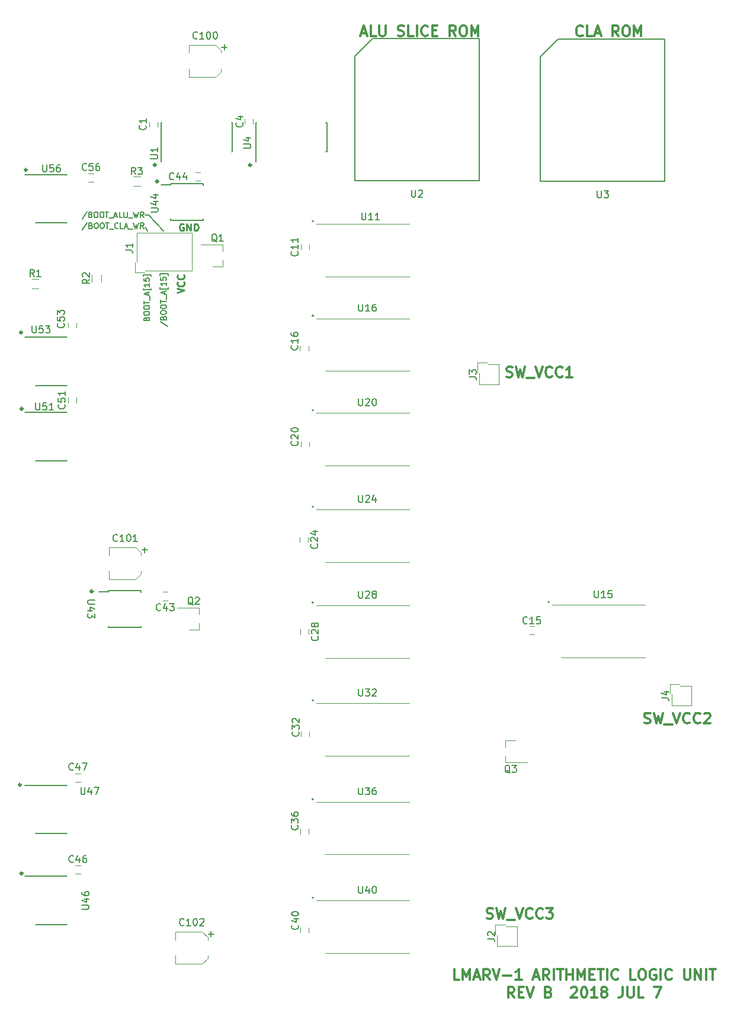
<source format=gto>
G04 #@! TF.GenerationSoftware,KiCad,Pcbnew,(5.0.0-rc2-35-gda6600525)*
G04 #@! TF.CreationDate,2018-07-07T16:01:35-07:00*
G04 #@! TF.ProjectId,alu,616C752E6B696361645F706362000000,rev?*
G04 #@! TF.SameCoordinates,Original*
G04 #@! TF.FileFunction,Legend,Top*
G04 #@! TF.FilePolarity,Positive*
%FSLAX46Y46*%
G04 Gerber Fmt 4.6, Leading zero omitted, Abs format (unit mm)*
G04 Created by KiCad (PCBNEW (5.0.0-rc2-35-gda6600525)) date 07/07/18 16:01:35*
%MOMM*%
%LPD*%
G01*
G04 APERTURE LIST*
%ADD10C,0.300000*%
%ADD11C,0.200000*%
%ADD12C,0.250000*%
%ADD13C,0.350000*%
%ADD14C,0.150000*%
%ADD15C,0.120000*%
%ADD16C,0.100000*%
G04 APERTURE END LIST*
D10*
X82985714Y-81807142D02*
X83200000Y-81878571D01*
X83557142Y-81878571D01*
X83700000Y-81807142D01*
X83771428Y-81735714D01*
X83842857Y-81592857D01*
X83842857Y-81450000D01*
X83771428Y-81307142D01*
X83700000Y-81235714D01*
X83557142Y-81164285D01*
X83271428Y-81092857D01*
X83128571Y-81021428D01*
X83057142Y-80950000D01*
X82985714Y-80807142D01*
X82985714Y-80664285D01*
X83057142Y-80521428D01*
X83128571Y-80450000D01*
X83271428Y-80378571D01*
X83628571Y-80378571D01*
X83842857Y-80450000D01*
X84342857Y-80378571D02*
X84700000Y-81878571D01*
X84985714Y-80807142D01*
X85271428Y-81878571D01*
X85628571Y-80378571D01*
X85842857Y-82021428D02*
X86985714Y-82021428D01*
X87128571Y-80378571D02*
X87628571Y-81878571D01*
X88128571Y-80378571D01*
X89485714Y-81735714D02*
X89414285Y-81807142D01*
X89200000Y-81878571D01*
X89057142Y-81878571D01*
X88842857Y-81807142D01*
X88700000Y-81664285D01*
X88628571Y-81521428D01*
X88557142Y-81235714D01*
X88557142Y-81021428D01*
X88628571Y-80735714D01*
X88700000Y-80592857D01*
X88842857Y-80450000D01*
X89057142Y-80378571D01*
X89200000Y-80378571D01*
X89414285Y-80450000D01*
X89485714Y-80521428D01*
X90985714Y-81735714D02*
X90914285Y-81807142D01*
X90700000Y-81878571D01*
X90557142Y-81878571D01*
X90342857Y-81807142D01*
X90200000Y-81664285D01*
X90128571Y-81521428D01*
X90057142Y-81235714D01*
X90057142Y-81021428D01*
X90128571Y-80735714D01*
X90200000Y-80592857D01*
X90342857Y-80450000D01*
X90557142Y-80378571D01*
X90700000Y-80378571D01*
X90914285Y-80450000D01*
X90985714Y-80521428D01*
X92414285Y-81878571D02*
X91557142Y-81878571D01*
X91985714Y-81878571D02*
X91985714Y-80378571D01*
X91842857Y-80592857D01*
X91700000Y-80735714D01*
X91557142Y-80807142D01*
X80185714Y-159207142D02*
X80400000Y-159278571D01*
X80757142Y-159278571D01*
X80900000Y-159207142D01*
X80971428Y-159135714D01*
X81042857Y-158992857D01*
X81042857Y-158850000D01*
X80971428Y-158707142D01*
X80900000Y-158635714D01*
X80757142Y-158564285D01*
X80471428Y-158492857D01*
X80328571Y-158421428D01*
X80257142Y-158350000D01*
X80185714Y-158207142D01*
X80185714Y-158064285D01*
X80257142Y-157921428D01*
X80328571Y-157850000D01*
X80471428Y-157778571D01*
X80828571Y-157778571D01*
X81042857Y-157850000D01*
X81542857Y-157778571D02*
X81900000Y-159278571D01*
X82185714Y-158207142D01*
X82471428Y-159278571D01*
X82828571Y-157778571D01*
X83042857Y-159421428D02*
X84185714Y-159421428D01*
X84328571Y-157778571D02*
X84828571Y-159278571D01*
X85328571Y-157778571D01*
X86685714Y-159135714D02*
X86614285Y-159207142D01*
X86400000Y-159278571D01*
X86257142Y-159278571D01*
X86042857Y-159207142D01*
X85900000Y-159064285D01*
X85828571Y-158921428D01*
X85757142Y-158635714D01*
X85757142Y-158421428D01*
X85828571Y-158135714D01*
X85900000Y-157992857D01*
X86042857Y-157850000D01*
X86257142Y-157778571D01*
X86400000Y-157778571D01*
X86614285Y-157850000D01*
X86685714Y-157921428D01*
X88185714Y-159135714D02*
X88114285Y-159207142D01*
X87900000Y-159278571D01*
X87757142Y-159278571D01*
X87542857Y-159207142D01*
X87400000Y-159064285D01*
X87328571Y-158921428D01*
X87257142Y-158635714D01*
X87257142Y-158421428D01*
X87328571Y-158135714D01*
X87400000Y-157992857D01*
X87542857Y-157850000D01*
X87757142Y-157778571D01*
X87900000Y-157778571D01*
X88114285Y-157850000D01*
X88185714Y-157921428D01*
X88685714Y-157778571D02*
X89614285Y-157778571D01*
X89114285Y-158350000D01*
X89328571Y-158350000D01*
X89471428Y-158421428D01*
X89542857Y-158492857D01*
X89614285Y-158635714D01*
X89614285Y-158992857D01*
X89542857Y-159135714D01*
X89471428Y-159207142D01*
X89328571Y-159278571D01*
X88900000Y-159278571D01*
X88757142Y-159207142D01*
X88685714Y-159135714D01*
X102685714Y-131307142D02*
X102900000Y-131378571D01*
X103257142Y-131378571D01*
X103400000Y-131307142D01*
X103471428Y-131235714D01*
X103542857Y-131092857D01*
X103542857Y-130950000D01*
X103471428Y-130807142D01*
X103400000Y-130735714D01*
X103257142Y-130664285D01*
X102971428Y-130592857D01*
X102828571Y-130521428D01*
X102757142Y-130450000D01*
X102685714Y-130307142D01*
X102685714Y-130164285D01*
X102757142Y-130021428D01*
X102828571Y-129950000D01*
X102971428Y-129878571D01*
X103328571Y-129878571D01*
X103542857Y-129950000D01*
X104042857Y-129878571D02*
X104400000Y-131378571D01*
X104685714Y-130307142D01*
X104971428Y-131378571D01*
X105328571Y-129878571D01*
X105542857Y-131521428D02*
X106685714Y-131521428D01*
X106828571Y-129878571D02*
X107328571Y-131378571D01*
X107828571Y-129878571D01*
X109185714Y-131235714D02*
X109114285Y-131307142D01*
X108900000Y-131378571D01*
X108757142Y-131378571D01*
X108542857Y-131307142D01*
X108400000Y-131164285D01*
X108328571Y-131021428D01*
X108257142Y-130735714D01*
X108257142Y-130521428D01*
X108328571Y-130235714D01*
X108400000Y-130092857D01*
X108542857Y-129950000D01*
X108757142Y-129878571D01*
X108900000Y-129878571D01*
X109114285Y-129950000D01*
X109185714Y-130021428D01*
X110685714Y-131235714D02*
X110614285Y-131307142D01*
X110400000Y-131378571D01*
X110257142Y-131378571D01*
X110042857Y-131307142D01*
X109900000Y-131164285D01*
X109828571Y-131021428D01*
X109757142Y-130735714D01*
X109757142Y-130521428D01*
X109828571Y-130235714D01*
X109900000Y-130092857D01*
X110042857Y-129950000D01*
X110257142Y-129878571D01*
X110400000Y-129878571D01*
X110614285Y-129950000D01*
X110685714Y-130021428D01*
X111257142Y-130021428D02*
X111328571Y-129950000D01*
X111471428Y-129878571D01*
X111828571Y-129878571D01*
X111971428Y-129950000D01*
X112042857Y-130021428D01*
X112114285Y-130164285D01*
X112114285Y-130307142D01*
X112042857Y-130521428D01*
X111185714Y-131378571D01*
X112114285Y-131378571D01*
D11*
X31380000Y-60390000D02*
X31700000Y-61000000D01*
X31850000Y-58720000D02*
X33960000Y-60980000D01*
X31360000Y-58700000D02*
X31850000Y-58720000D01*
X23066666Y-59793809D02*
X22380952Y-60822380D01*
X23600000Y-60212857D02*
X23714285Y-60250952D01*
X23752380Y-60289047D01*
X23790476Y-60365238D01*
X23790476Y-60479523D01*
X23752380Y-60555714D01*
X23714285Y-60593809D01*
X23638095Y-60631904D01*
X23333333Y-60631904D01*
X23333333Y-59831904D01*
X23600000Y-59831904D01*
X23676190Y-59870000D01*
X23714285Y-59908095D01*
X23752380Y-59984285D01*
X23752380Y-60060476D01*
X23714285Y-60136666D01*
X23676190Y-60174761D01*
X23600000Y-60212857D01*
X23333333Y-60212857D01*
X24285714Y-59831904D02*
X24438095Y-59831904D01*
X24514285Y-59870000D01*
X24590476Y-59946190D01*
X24628571Y-60098571D01*
X24628571Y-60365238D01*
X24590476Y-60517619D01*
X24514285Y-60593809D01*
X24438095Y-60631904D01*
X24285714Y-60631904D01*
X24209523Y-60593809D01*
X24133333Y-60517619D01*
X24095238Y-60365238D01*
X24095238Y-60098571D01*
X24133333Y-59946190D01*
X24209523Y-59870000D01*
X24285714Y-59831904D01*
X25123809Y-59831904D02*
X25276190Y-59831904D01*
X25352380Y-59870000D01*
X25428571Y-59946190D01*
X25466666Y-60098571D01*
X25466666Y-60365238D01*
X25428571Y-60517619D01*
X25352380Y-60593809D01*
X25276190Y-60631904D01*
X25123809Y-60631904D01*
X25047619Y-60593809D01*
X24971428Y-60517619D01*
X24933333Y-60365238D01*
X24933333Y-60098571D01*
X24971428Y-59946190D01*
X25047619Y-59870000D01*
X25123809Y-59831904D01*
X25695238Y-59831904D02*
X26152380Y-59831904D01*
X25923809Y-60631904D02*
X25923809Y-59831904D01*
X26228571Y-60708095D02*
X26838095Y-60708095D01*
X27485714Y-60555714D02*
X27447619Y-60593809D01*
X27333333Y-60631904D01*
X27257142Y-60631904D01*
X27142857Y-60593809D01*
X27066666Y-60517619D01*
X27028571Y-60441428D01*
X26990476Y-60289047D01*
X26990476Y-60174761D01*
X27028571Y-60022380D01*
X27066666Y-59946190D01*
X27142857Y-59870000D01*
X27257142Y-59831904D01*
X27333333Y-59831904D01*
X27447619Y-59870000D01*
X27485714Y-59908095D01*
X28209523Y-60631904D02*
X27828571Y-60631904D01*
X27828571Y-59831904D01*
X28438095Y-60403333D02*
X28819047Y-60403333D01*
X28361904Y-60631904D02*
X28628571Y-59831904D01*
X28895238Y-60631904D01*
X28971428Y-60708095D02*
X29580952Y-60708095D01*
X29695238Y-59831904D02*
X29885714Y-60631904D01*
X30038095Y-60060476D01*
X30190476Y-60631904D01*
X30380952Y-59831904D01*
X31142857Y-60631904D02*
X30876190Y-60250952D01*
X30685714Y-60631904D02*
X30685714Y-59831904D01*
X30990476Y-59831904D01*
X31066666Y-59870000D01*
X31104761Y-59908095D01*
X31142857Y-59984285D01*
X31142857Y-60098571D01*
X31104761Y-60174761D01*
X31066666Y-60212857D01*
X30990476Y-60250952D01*
X30685714Y-60250952D01*
X23027619Y-58243809D02*
X22341904Y-59272380D01*
X23560952Y-58662857D02*
X23675238Y-58700952D01*
X23713333Y-58739047D01*
X23751428Y-58815238D01*
X23751428Y-58929523D01*
X23713333Y-59005714D01*
X23675238Y-59043809D01*
X23599047Y-59081904D01*
X23294285Y-59081904D01*
X23294285Y-58281904D01*
X23560952Y-58281904D01*
X23637142Y-58320000D01*
X23675238Y-58358095D01*
X23713333Y-58434285D01*
X23713333Y-58510476D01*
X23675238Y-58586666D01*
X23637142Y-58624761D01*
X23560952Y-58662857D01*
X23294285Y-58662857D01*
X24246666Y-58281904D02*
X24399047Y-58281904D01*
X24475238Y-58320000D01*
X24551428Y-58396190D01*
X24589523Y-58548571D01*
X24589523Y-58815238D01*
X24551428Y-58967619D01*
X24475238Y-59043809D01*
X24399047Y-59081904D01*
X24246666Y-59081904D01*
X24170476Y-59043809D01*
X24094285Y-58967619D01*
X24056190Y-58815238D01*
X24056190Y-58548571D01*
X24094285Y-58396190D01*
X24170476Y-58320000D01*
X24246666Y-58281904D01*
X25084761Y-58281904D02*
X25237142Y-58281904D01*
X25313333Y-58320000D01*
X25389523Y-58396190D01*
X25427619Y-58548571D01*
X25427619Y-58815238D01*
X25389523Y-58967619D01*
X25313333Y-59043809D01*
X25237142Y-59081904D01*
X25084761Y-59081904D01*
X25008571Y-59043809D01*
X24932380Y-58967619D01*
X24894285Y-58815238D01*
X24894285Y-58548571D01*
X24932380Y-58396190D01*
X25008571Y-58320000D01*
X25084761Y-58281904D01*
X25656190Y-58281904D02*
X26113333Y-58281904D01*
X25884761Y-59081904D02*
X25884761Y-58281904D01*
X26189523Y-59158095D02*
X26799047Y-59158095D01*
X26951428Y-58853333D02*
X27332380Y-58853333D01*
X26875238Y-59081904D02*
X27141904Y-58281904D01*
X27408571Y-59081904D01*
X28056190Y-59081904D02*
X27675238Y-59081904D01*
X27675238Y-58281904D01*
X28322857Y-58281904D02*
X28322857Y-58929523D01*
X28360952Y-59005714D01*
X28399047Y-59043809D01*
X28475238Y-59081904D01*
X28627619Y-59081904D01*
X28703809Y-59043809D01*
X28741904Y-59005714D01*
X28780000Y-58929523D01*
X28780000Y-58281904D01*
X28970476Y-59158095D02*
X29580000Y-59158095D01*
X29694285Y-58281904D02*
X29884761Y-59081904D01*
X30037142Y-58510476D01*
X30189523Y-59081904D01*
X30380000Y-58281904D01*
X31141904Y-59081904D02*
X30875238Y-58700952D01*
X30684761Y-59081904D02*
X30684761Y-58281904D01*
X30989523Y-58281904D01*
X31065714Y-58320000D01*
X31103809Y-58358095D01*
X31141904Y-58434285D01*
X31141904Y-58548571D01*
X31103809Y-58624761D01*
X31065714Y-58662857D01*
X30989523Y-58700952D01*
X30684761Y-58700952D01*
X33523809Y-73942857D02*
X34552380Y-74628571D01*
X33942857Y-73409523D02*
X33980952Y-73295238D01*
X34019047Y-73257142D01*
X34095238Y-73219047D01*
X34209523Y-73219047D01*
X34285714Y-73257142D01*
X34323809Y-73295238D01*
X34361904Y-73371428D01*
X34361904Y-73676190D01*
X33561904Y-73676190D01*
X33561904Y-73409523D01*
X33600000Y-73333333D01*
X33638095Y-73295238D01*
X33714285Y-73257142D01*
X33790476Y-73257142D01*
X33866666Y-73295238D01*
X33904761Y-73333333D01*
X33942857Y-73409523D01*
X33942857Y-73676190D01*
X33561904Y-72723809D02*
X33561904Y-72571428D01*
X33600000Y-72495238D01*
X33676190Y-72419047D01*
X33828571Y-72380952D01*
X34095238Y-72380952D01*
X34247619Y-72419047D01*
X34323809Y-72495238D01*
X34361904Y-72571428D01*
X34361904Y-72723809D01*
X34323809Y-72800000D01*
X34247619Y-72876190D01*
X34095238Y-72914285D01*
X33828571Y-72914285D01*
X33676190Y-72876190D01*
X33600000Y-72800000D01*
X33561904Y-72723809D01*
X33561904Y-71885714D02*
X33561904Y-71733333D01*
X33600000Y-71657142D01*
X33676190Y-71580952D01*
X33828571Y-71542857D01*
X34095238Y-71542857D01*
X34247619Y-71580952D01*
X34323809Y-71657142D01*
X34361904Y-71733333D01*
X34361904Y-71885714D01*
X34323809Y-71961904D01*
X34247619Y-72038095D01*
X34095238Y-72076190D01*
X33828571Y-72076190D01*
X33676190Y-72038095D01*
X33600000Y-71961904D01*
X33561904Y-71885714D01*
X33561904Y-71314285D02*
X33561904Y-70857142D01*
X34361904Y-71085714D02*
X33561904Y-71085714D01*
X34438095Y-70780952D02*
X34438095Y-70171428D01*
X34133333Y-70019047D02*
X34133333Y-69638095D01*
X34361904Y-70095238D02*
X33561904Y-69828571D01*
X34361904Y-69561904D01*
X34628571Y-69066666D02*
X34628571Y-69257142D01*
X33485714Y-69257142D01*
X33485714Y-69066666D01*
X34361904Y-68342857D02*
X34361904Y-68800000D01*
X34361904Y-68571428D02*
X33561904Y-68571428D01*
X33676190Y-68647619D01*
X33752380Y-68723809D01*
X33790476Y-68800000D01*
X33561904Y-67619047D02*
X33561904Y-68000000D01*
X33942857Y-68038095D01*
X33904761Y-68000000D01*
X33866666Y-67923809D01*
X33866666Y-67733333D01*
X33904761Y-67657142D01*
X33942857Y-67619047D01*
X34019047Y-67580952D01*
X34209523Y-67580952D01*
X34285714Y-67619047D01*
X34323809Y-67657142D01*
X34361904Y-67733333D01*
X34361904Y-67923809D01*
X34323809Y-68000000D01*
X34285714Y-68038095D01*
X34628571Y-67314285D02*
X34628571Y-67123809D01*
X33485714Y-67123809D01*
X33485714Y-67314285D01*
X31542857Y-73528571D02*
X31580952Y-73414285D01*
X31619047Y-73376190D01*
X31695238Y-73338095D01*
X31809523Y-73338095D01*
X31885714Y-73376190D01*
X31923809Y-73414285D01*
X31961904Y-73490476D01*
X31961904Y-73795238D01*
X31161904Y-73795238D01*
X31161904Y-73528571D01*
X31200000Y-73452380D01*
X31238095Y-73414285D01*
X31314285Y-73376190D01*
X31390476Y-73376190D01*
X31466666Y-73414285D01*
X31504761Y-73452380D01*
X31542857Y-73528571D01*
X31542857Y-73795238D01*
X31161904Y-72842857D02*
X31161904Y-72690476D01*
X31200000Y-72614285D01*
X31276190Y-72538095D01*
X31428571Y-72500000D01*
X31695238Y-72500000D01*
X31847619Y-72538095D01*
X31923809Y-72614285D01*
X31961904Y-72690476D01*
X31961904Y-72842857D01*
X31923809Y-72919047D01*
X31847619Y-72995238D01*
X31695238Y-73033333D01*
X31428571Y-73033333D01*
X31276190Y-72995238D01*
X31200000Y-72919047D01*
X31161904Y-72842857D01*
X31161904Y-72004761D02*
X31161904Y-71852380D01*
X31200000Y-71776190D01*
X31276190Y-71700000D01*
X31428571Y-71661904D01*
X31695238Y-71661904D01*
X31847619Y-71700000D01*
X31923809Y-71776190D01*
X31961904Y-71852380D01*
X31961904Y-72004761D01*
X31923809Y-72080952D01*
X31847619Y-72157142D01*
X31695238Y-72195238D01*
X31428571Y-72195238D01*
X31276190Y-72157142D01*
X31200000Y-72080952D01*
X31161904Y-72004761D01*
X31161904Y-71433333D02*
X31161904Y-70976190D01*
X31961904Y-71204761D02*
X31161904Y-71204761D01*
X32038095Y-70900000D02*
X32038095Y-70290476D01*
X31733333Y-70138095D02*
X31733333Y-69757142D01*
X31961904Y-70214285D02*
X31161904Y-69947619D01*
X31961904Y-69680952D01*
X32228571Y-69185714D02*
X32228571Y-69376190D01*
X31085714Y-69376190D01*
X31085714Y-69185714D01*
X31961904Y-68461904D02*
X31961904Y-68919047D01*
X31961904Y-68690476D02*
X31161904Y-68690476D01*
X31276190Y-68766666D01*
X31352380Y-68842857D01*
X31390476Y-68919047D01*
X31161904Y-67738095D02*
X31161904Y-68119047D01*
X31542857Y-68157142D01*
X31504761Y-68119047D01*
X31466666Y-68042857D01*
X31466666Y-67852380D01*
X31504761Y-67776190D01*
X31542857Y-67738095D01*
X31619047Y-67700000D01*
X31809523Y-67700000D01*
X31885714Y-67738095D01*
X31923809Y-67776190D01*
X31961904Y-67852380D01*
X31961904Y-68042857D01*
X31923809Y-68119047D01*
X31885714Y-68157142D01*
X32228571Y-67433333D02*
X32228571Y-67242857D01*
X31085714Y-67242857D01*
X31085714Y-67433333D01*
D12*
X35952380Y-69833333D02*
X36952380Y-69500000D01*
X35952380Y-69166666D01*
X36857142Y-68261904D02*
X36904761Y-68309523D01*
X36952380Y-68452380D01*
X36952380Y-68547619D01*
X36904761Y-68690476D01*
X36809523Y-68785714D01*
X36714285Y-68833333D01*
X36523809Y-68880952D01*
X36380952Y-68880952D01*
X36190476Y-68833333D01*
X36095238Y-68785714D01*
X36000000Y-68690476D01*
X35952380Y-68547619D01*
X35952380Y-68452380D01*
X36000000Y-68309523D01*
X36047619Y-68261904D01*
X36857142Y-67261904D02*
X36904761Y-67309523D01*
X36952380Y-67452380D01*
X36952380Y-67547619D01*
X36904761Y-67690476D01*
X36809523Y-67785714D01*
X36714285Y-67833333D01*
X36523809Y-67880952D01*
X36380952Y-67880952D01*
X36190476Y-67833333D01*
X36095238Y-67785714D01*
X36000000Y-67690476D01*
X35952380Y-67547619D01*
X35952380Y-67452380D01*
X36000000Y-67309523D01*
X36047619Y-67261904D01*
X36838095Y-60000000D02*
X36742857Y-59952380D01*
X36600000Y-59952380D01*
X36457142Y-60000000D01*
X36361904Y-60095238D01*
X36314285Y-60190476D01*
X36266666Y-60380952D01*
X36266666Y-60523809D01*
X36314285Y-60714285D01*
X36361904Y-60809523D01*
X36457142Y-60904761D01*
X36600000Y-60952380D01*
X36695238Y-60952380D01*
X36838095Y-60904761D01*
X36885714Y-60857142D01*
X36885714Y-60523809D01*
X36695238Y-60523809D01*
X37314285Y-60952380D02*
X37314285Y-59952380D01*
X37885714Y-60952380D01*
X37885714Y-59952380D01*
X38361904Y-60952380D02*
X38361904Y-59952380D01*
X38600000Y-59952380D01*
X38742857Y-60000000D01*
X38838095Y-60095238D01*
X38885714Y-60190476D01*
X38933333Y-60380952D01*
X38933333Y-60523809D01*
X38885714Y-60714285D01*
X38838095Y-60809523D01*
X38742857Y-60904761D01*
X38600000Y-60952380D01*
X38361904Y-60952380D01*
D10*
X76232857Y-168013571D02*
X75518571Y-168013571D01*
X75518571Y-166513571D01*
X76732857Y-168013571D02*
X76732857Y-166513571D01*
X77232857Y-167585000D01*
X77732857Y-166513571D01*
X77732857Y-168013571D01*
X78375714Y-167585000D02*
X79090000Y-167585000D01*
X78232857Y-168013571D02*
X78732857Y-166513571D01*
X79232857Y-168013571D01*
X80590000Y-168013571D02*
X80090000Y-167299285D01*
X79732857Y-168013571D02*
X79732857Y-166513571D01*
X80304285Y-166513571D01*
X80447142Y-166585000D01*
X80518571Y-166656428D01*
X80590000Y-166799285D01*
X80590000Y-167013571D01*
X80518571Y-167156428D01*
X80447142Y-167227857D01*
X80304285Y-167299285D01*
X79732857Y-167299285D01*
X81018571Y-166513571D02*
X81518571Y-168013571D01*
X82018571Y-166513571D01*
X82518571Y-167442142D02*
X83661428Y-167442142D01*
X85161428Y-168013571D02*
X84304285Y-168013571D01*
X84732857Y-168013571D02*
X84732857Y-166513571D01*
X84590000Y-166727857D01*
X84447142Y-166870714D01*
X84304285Y-166942142D01*
X86875714Y-167585000D02*
X87590000Y-167585000D01*
X86732857Y-168013571D02*
X87232857Y-166513571D01*
X87732857Y-168013571D01*
X89090000Y-168013571D02*
X88590000Y-167299285D01*
X88232857Y-168013571D02*
X88232857Y-166513571D01*
X88804285Y-166513571D01*
X88947142Y-166585000D01*
X89018571Y-166656428D01*
X89090000Y-166799285D01*
X89090000Y-167013571D01*
X89018571Y-167156428D01*
X88947142Y-167227857D01*
X88804285Y-167299285D01*
X88232857Y-167299285D01*
X89732857Y-168013571D02*
X89732857Y-166513571D01*
X90232857Y-166513571D02*
X91090000Y-166513571D01*
X90661428Y-168013571D02*
X90661428Y-166513571D01*
X91590000Y-168013571D02*
X91590000Y-166513571D01*
X91590000Y-167227857D02*
X92447142Y-167227857D01*
X92447142Y-168013571D02*
X92447142Y-166513571D01*
X93161428Y-168013571D02*
X93161428Y-166513571D01*
X93661428Y-167585000D01*
X94161428Y-166513571D01*
X94161428Y-168013571D01*
X94875714Y-167227857D02*
X95375714Y-167227857D01*
X95590000Y-168013571D02*
X94875714Y-168013571D01*
X94875714Y-166513571D01*
X95590000Y-166513571D01*
X96018571Y-166513571D02*
X96875714Y-166513571D01*
X96447142Y-168013571D02*
X96447142Y-166513571D01*
X97375714Y-168013571D02*
X97375714Y-166513571D01*
X98947142Y-167870714D02*
X98875714Y-167942142D01*
X98661428Y-168013571D01*
X98518571Y-168013571D01*
X98304285Y-167942142D01*
X98161428Y-167799285D01*
X98090000Y-167656428D01*
X98018571Y-167370714D01*
X98018571Y-167156428D01*
X98090000Y-166870714D01*
X98161428Y-166727857D01*
X98304285Y-166585000D01*
X98518571Y-166513571D01*
X98661428Y-166513571D01*
X98875714Y-166585000D01*
X98947142Y-166656428D01*
X101447142Y-168013571D02*
X100732857Y-168013571D01*
X100732857Y-166513571D01*
X102232857Y-166513571D02*
X102518571Y-166513571D01*
X102661428Y-166585000D01*
X102804285Y-166727857D01*
X102875714Y-167013571D01*
X102875714Y-167513571D01*
X102804285Y-167799285D01*
X102661428Y-167942142D01*
X102518571Y-168013571D01*
X102232857Y-168013571D01*
X102089999Y-167942142D01*
X101947142Y-167799285D01*
X101875714Y-167513571D01*
X101875714Y-167013571D01*
X101947142Y-166727857D01*
X102089999Y-166585000D01*
X102232857Y-166513571D01*
X104304285Y-166585000D02*
X104161428Y-166513571D01*
X103947142Y-166513571D01*
X103732857Y-166585000D01*
X103589999Y-166727857D01*
X103518571Y-166870714D01*
X103447142Y-167156428D01*
X103447142Y-167370714D01*
X103518571Y-167656428D01*
X103589999Y-167799285D01*
X103732857Y-167942142D01*
X103947142Y-168013571D01*
X104089999Y-168013571D01*
X104304285Y-167942142D01*
X104375714Y-167870714D01*
X104375714Y-167370714D01*
X104089999Y-167370714D01*
X105018571Y-168013571D02*
X105018571Y-166513571D01*
X106589999Y-167870714D02*
X106518571Y-167942142D01*
X106304285Y-168013571D01*
X106161428Y-168013571D01*
X105947142Y-167942142D01*
X105804285Y-167799285D01*
X105732857Y-167656428D01*
X105661428Y-167370714D01*
X105661428Y-167156428D01*
X105732857Y-166870714D01*
X105804285Y-166727857D01*
X105947142Y-166585000D01*
X106161428Y-166513571D01*
X106304285Y-166513571D01*
X106518571Y-166585000D01*
X106589999Y-166656428D01*
X108375714Y-166513571D02*
X108375714Y-167727857D01*
X108447142Y-167870714D01*
X108518571Y-167942142D01*
X108661428Y-168013571D01*
X108947142Y-168013571D01*
X109089999Y-167942142D01*
X109161428Y-167870714D01*
X109232857Y-167727857D01*
X109232857Y-166513571D01*
X109947142Y-168013571D02*
X109947142Y-166513571D01*
X110804285Y-168013571D01*
X110804285Y-166513571D01*
X111518571Y-168013571D02*
X111518571Y-166513571D01*
X112018571Y-166513571D02*
X112875714Y-166513571D01*
X112447142Y-168013571D02*
X112447142Y-166513571D01*
X84090000Y-170563571D02*
X83590000Y-169849285D01*
X83232857Y-170563571D02*
X83232857Y-169063571D01*
X83804285Y-169063571D01*
X83947142Y-169135000D01*
X84018571Y-169206428D01*
X84090000Y-169349285D01*
X84090000Y-169563571D01*
X84018571Y-169706428D01*
X83947142Y-169777857D01*
X83804285Y-169849285D01*
X83232857Y-169849285D01*
X84732857Y-169777857D02*
X85232857Y-169777857D01*
X85447142Y-170563571D02*
X84732857Y-170563571D01*
X84732857Y-169063571D01*
X85447142Y-169063571D01*
X85875714Y-169063571D02*
X86375714Y-170563571D01*
X86875714Y-169063571D01*
X89018571Y-169777857D02*
X89232857Y-169849285D01*
X89304285Y-169920714D01*
X89375714Y-170063571D01*
X89375714Y-170277857D01*
X89304285Y-170420714D01*
X89232857Y-170492142D01*
X89090000Y-170563571D01*
X88518571Y-170563571D01*
X88518571Y-169063571D01*
X89018571Y-169063571D01*
X89161428Y-169135000D01*
X89232857Y-169206428D01*
X89304285Y-169349285D01*
X89304285Y-169492142D01*
X89232857Y-169635000D01*
X89161428Y-169706428D01*
X89018571Y-169777857D01*
X88518571Y-169777857D01*
X92232857Y-169206428D02*
X92304285Y-169135000D01*
X92447142Y-169063571D01*
X92804285Y-169063571D01*
X92947142Y-169135000D01*
X93018571Y-169206428D01*
X93090000Y-169349285D01*
X93090000Y-169492142D01*
X93018571Y-169706428D01*
X92161428Y-170563571D01*
X93090000Y-170563571D01*
X94018571Y-169063571D02*
X94161428Y-169063571D01*
X94304285Y-169135000D01*
X94375714Y-169206428D01*
X94447142Y-169349285D01*
X94518571Y-169635000D01*
X94518571Y-169992142D01*
X94447142Y-170277857D01*
X94375714Y-170420714D01*
X94304285Y-170492142D01*
X94161428Y-170563571D01*
X94018571Y-170563571D01*
X93875714Y-170492142D01*
X93804285Y-170420714D01*
X93732857Y-170277857D01*
X93661428Y-169992142D01*
X93661428Y-169635000D01*
X93732857Y-169349285D01*
X93804285Y-169206428D01*
X93875714Y-169135000D01*
X94018571Y-169063571D01*
X95947142Y-170563571D02*
X95090000Y-170563571D01*
X95518571Y-170563571D02*
X95518571Y-169063571D01*
X95375714Y-169277857D01*
X95232857Y-169420714D01*
X95090000Y-169492142D01*
X96804285Y-169706428D02*
X96661428Y-169635000D01*
X96590000Y-169563571D01*
X96518571Y-169420714D01*
X96518571Y-169349285D01*
X96590000Y-169206428D01*
X96661428Y-169135000D01*
X96804285Y-169063571D01*
X97090000Y-169063571D01*
X97232857Y-169135000D01*
X97304285Y-169206428D01*
X97375714Y-169349285D01*
X97375714Y-169420714D01*
X97304285Y-169563571D01*
X97232857Y-169635000D01*
X97090000Y-169706428D01*
X96804285Y-169706428D01*
X96661428Y-169777857D01*
X96590000Y-169849285D01*
X96518571Y-169992142D01*
X96518571Y-170277857D01*
X96590000Y-170420714D01*
X96661428Y-170492142D01*
X96804285Y-170563571D01*
X97090000Y-170563571D01*
X97232857Y-170492142D01*
X97304285Y-170420714D01*
X97375714Y-170277857D01*
X97375714Y-169992142D01*
X97304285Y-169849285D01*
X97232857Y-169777857D01*
X97090000Y-169706428D01*
X99590000Y-169063571D02*
X99590000Y-170135000D01*
X99518571Y-170349285D01*
X99375714Y-170492142D01*
X99161428Y-170563571D01*
X99018571Y-170563571D01*
X100304285Y-169063571D02*
X100304285Y-170277857D01*
X100375714Y-170420714D01*
X100447142Y-170492142D01*
X100590000Y-170563571D01*
X100875714Y-170563571D01*
X101018571Y-170492142D01*
X101090000Y-170420714D01*
X101161428Y-170277857D01*
X101161428Y-169063571D01*
X102590000Y-170563571D02*
X101875714Y-170563571D01*
X101875714Y-169063571D01*
X104090000Y-169063571D02*
X105090000Y-169063571D01*
X104447142Y-170563571D01*
D13*
X23870000Y-112500000D02*
G75*
G03X23870000Y-112500000I-170000J0D01*
G01*
X13860000Y-152810000D02*
G75*
G03X13860000Y-152810000I-170000J0D01*
G01*
X13620000Y-140130000D02*
G75*
G03X13620000Y-140130000I-170000J0D01*
G01*
X13860000Y-86400000D02*
G75*
G03X13860000Y-86400000I-170000J0D01*
G01*
X13790000Y-75500000D02*
G75*
G03X13790000Y-75500000I-170000J0D01*
G01*
X46520000Y-51560000D02*
G75*
G03X46520000Y-51560000I-170000J0D01*
G01*
X33210000Y-53900000D02*
G75*
G03X33210000Y-53900000I-170000J0D01*
G01*
X14460000Y-52240000D02*
G75*
G03X14460000Y-52240000I-170000J0D01*
G01*
X32900000Y-51530000D02*
G75*
G03X32900000Y-51530000I-170000J0D01*
G01*
D10*
X93880000Y-33015714D02*
X93808571Y-33087142D01*
X93594285Y-33158571D01*
X93451428Y-33158571D01*
X93237142Y-33087142D01*
X93094285Y-32944285D01*
X93022857Y-32801428D01*
X92951428Y-32515714D01*
X92951428Y-32301428D01*
X93022857Y-32015714D01*
X93094285Y-31872857D01*
X93237142Y-31730000D01*
X93451428Y-31658571D01*
X93594285Y-31658571D01*
X93808571Y-31730000D01*
X93880000Y-31801428D01*
X95237142Y-33158571D02*
X94522857Y-33158571D01*
X94522857Y-31658571D01*
X95665714Y-32730000D02*
X96380000Y-32730000D01*
X95522857Y-33158571D02*
X96022857Y-31658571D01*
X96522857Y-33158571D01*
X99022857Y-33158571D02*
X98522857Y-32444285D01*
X98165714Y-33158571D02*
X98165714Y-31658571D01*
X98737142Y-31658571D01*
X98880000Y-31730000D01*
X98951428Y-31801428D01*
X99022857Y-31944285D01*
X99022857Y-32158571D01*
X98951428Y-32301428D01*
X98880000Y-32372857D01*
X98737142Y-32444285D01*
X98165714Y-32444285D01*
X99951428Y-31658571D02*
X100237142Y-31658571D01*
X100380000Y-31730000D01*
X100522857Y-31872857D01*
X100594285Y-32158571D01*
X100594285Y-32658571D01*
X100522857Y-32944285D01*
X100380000Y-33087142D01*
X100237142Y-33158571D01*
X99951428Y-33158571D01*
X99808571Y-33087142D01*
X99665714Y-32944285D01*
X99594285Y-32658571D01*
X99594285Y-32158571D01*
X99665714Y-31872857D01*
X99808571Y-31730000D01*
X99951428Y-31658571D01*
X101237142Y-33158571D02*
X101237142Y-31658571D01*
X101737142Y-32730000D01*
X102237142Y-31658571D01*
X102237142Y-33158571D01*
X62257142Y-32690000D02*
X62971428Y-32690000D01*
X62114285Y-33118571D02*
X62614285Y-31618571D01*
X63114285Y-33118571D01*
X64328571Y-33118571D02*
X63614285Y-33118571D01*
X63614285Y-31618571D01*
X64828571Y-31618571D02*
X64828571Y-32832857D01*
X64900000Y-32975714D01*
X64971428Y-33047142D01*
X65114285Y-33118571D01*
X65400000Y-33118571D01*
X65542857Y-33047142D01*
X65614285Y-32975714D01*
X65685714Y-32832857D01*
X65685714Y-31618571D01*
X67471428Y-33047142D02*
X67685714Y-33118571D01*
X68042857Y-33118571D01*
X68185714Y-33047142D01*
X68257142Y-32975714D01*
X68328571Y-32832857D01*
X68328571Y-32690000D01*
X68257142Y-32547142D01*
X68185714Y-32475714D01*
X68042857Y-32404285D01*
X67757142Y-32332857D01*
X67614285Y-32261428D01*
X67542857Y-32190000D01*
X67471428Y-32047142D01*
X67471428Y-31904285D01*
X67542857Y-31761428D01*
X67614285Y-31690000D01*
X67757142Y-31618571D01*
X68114285Y-31618571D01*
X68328571Y-31690000D01*
X69685714Y-33118571D02*
X68971428Y-33118571D01*
X68971428Y-31618571D01*
X70185714Y-33118571D02*
X70185714Y-31618571D01*
X71757142Y-32975714D02*
X71685714Y-33047142D01*
X71471428Y-33118571D01*
X71328571Y-33118571D01*
X71114285Y-33047142D01*
X70971428Y-32904285D01*
X70900000Y-32761428D01*
X70828571Y-32475714D01*
X70828571Y-32261428D01*
X70900000Y-31975714D01*
X70971428Y-31832857D01*
X71114285Y-31690000D01*
X71328571Y-31618571D01*
X71471428Y-31618571D01*
X71685714Y-31690000D01*
X71757142Y-31761428D01*
X72400000Y-32332857D02*
X72900000Y-32332857D01*
X73114285Y-33118571D02*
X72400000Y-33118571D01*
X72400000Y-31618571D01*
X73114285Y-31618571D01*
X75757142Y-33118571D02*
X75257142Y-32404285D01*
X74900000Y-33118571D02*
X74900000Y-31618571D01*
X75471428Y-31618571D01*
X75614285Y-31690000D01*
X75685714Y-31761428D01*
X75757142Y-31904285D01*
X75757142Y-32118571D01*
X75685714Y-32261428D01*
X75614285Y-32332857D01*
X75471428Y-32404285D01*
X74900000Y-32404285D01*
X76685714Y-31618571D02*
X76971428Y-31618571D01*
X77114285Y-31690000D01*
X77257142Y-31832857D01*
X77328571Y-32118571D01*
X77328571Y-32618571D01*
X77257142Y-32904285D01*
X77114285Y-33047142D01*
X76971428Y-33118571D01*
X76685714Y-33118571D01*
X76542857Y-33047142D01*
X76400000Y-32904285D01*
X76328571Y-32618571D01*
X76328571Y-32118571D01*
X76400000Y-31832857D01*
X76542857Y-31690000D01*
X76685714Y-31618571D01*
X77971428Y-33118571D02*
X77971428Y-31618571D01*
X78471428Y-32690000D01*
X78971428Y-31618571D01*
X78971428Y-33118571D01*
D14*
G04 #@! TO.C,U2*
X79080000Y-33460000D02*
X63840000Y-33460000D01*
X63840000Y-33460000D02*
X61300000Y-36000000D01*
X61300000Y-53780000D02*
X79080000Y-53780000D01*
X79080000Y-33460000D02*
X79080000Y-53780000D01*
X61300000Y-36000000D02*
X61300000Y-53780000D01*
D15*
G04 #@! TO.C,C1*
X33140000Y-45380000D02*
X33140000Y-46080000D01*
X31940000Y-46080000D02*
X31940000Y-45380000D01*
G04 #@! TO.C,C4*
X46800000Y-45010000D02*
X46800000Y-45710000D01*
X45600000Y-45710000D02*
X45600000Y-45010000D01*
G04 #@! TO.C,C11*
X54800000Y-62940000D02*
X54800000Y-63640000D01*
X53600000Y-63640000D02*
X53600000Y-62940000D01*
G04 #@! TO.C,C15*
X86260000Y-117430000D02*
X86960000Y-117430000D01*
X86960000Y-118630000D02*
X86260000Y-118630000D01*
G04 #@! TO.C,C16*
X53480000Y-78140000D02*
X53480000Y-77440000D01*
X54680000Y-77440000D02*
X54680000Y-78140000D01*
G04 #@! TO.C,C20*
X54790000Y-91110000D02*
X54790000Y-91810000D01*
X53590000Y-91810000D02*
X53590000Y-91110000D01*
G04 #@! TO.C,C24*
X54660000Y-104740000D02*
X54660000Y-105440000D01*
X53460000Y-105440000D02*
X53460000Y-104740000D01*
G04 #@! TO.C,C28*
X54760000Y-117930000D02*
X54760000Y-118630000D01*
X53560000Y-118630000D02*
X53560000Y-117930000D01*
G04 #@! TO.C,C32*
X54790000Y-132510000D02*
X54790000Y-133210000D01*
X53590000Y-133210000D02*
X53590000Y-132510000D01*
G04 #@! TO.C,C36*
X54710000Y-146460000D02*
X54710000Y-147160000D01*
X53510000Y-147160000D02*
X53510000Y-146460000D01*
G04 #@! TO.C,C40*
X53540000Y-161270000D02*
X53540000Y-160570000D01*
X54740000Y-160570000D02*
X54740000Y-161270000D01*
G04 #@! TO.C,C43*
X33900000Y-112600000D02*
X34600000Y-112600000D01*
X34600000Y-113800000D02*
X33900000Y-113800000D01*
G04 #@! TO.C,C44*
X38560000Y-52630000D02*
X39260000Y-52630000D01*
X39260000Y-53830000D02*
X38560000Y-53830000D01*
D14*
G04 #@! TO.C,U1*
X33625000Y-49675000D02*
X33650000Y-49675000D01*
X33625000Y-45525000D02*
X33730000Y-45525000D01*
X43775000Y-45525000D02*
X43670000Y-45525000D01*
X43775000Y-49675000D02*
X43670000Y-49675000D01*
X33625000Y-49675000D02*
X33625000Y-45525000D01*
X43775000Y-49675000D02*
X43775000Y-45525000D01*
X33650000Y-49675000D02*
X33650000Y-51050000D01*
G04 #@! TO.C,U3*
X87860000Y-36100000D02*
X87860000Y-53880000D01*
X105640000Y-33560000D02*
X105640000Y-53880000D01*
X87860000Y-53880000D02*
X105640000Y-53880000D01*
X90400000Y-33560000D02*
X87860000Y-36100000D01*
X105640000Y-33560000D02*
X90400000Y-33560000D01*
G04 #@! TO.C,U4*
X47195000Y-49675000D02*
X47195000Y-51050000D01*
X57320000Y-49675000D02*
X57320000Y-45525000D01*
X47170000Y-49675000D02*
X47170000Y-45525000D01*
X57320000Y-49675000D02*
X57215000Y-49675000D01*
X57320000Y-45525000D02*
X57215000Y-45525000D01*
X47170000Y-45525000D02*
X47275000Y-45525000D01*
X47170000Y-49675000D02*
X47195000Y-49675000D01*
D16*
G04 #@! TO.C,U11*
X69100000Y-60000000D02*
X55850000Y-60000000D01*
D15*
X57100000Y-67500000D02*
X69100000Y-67500000D01*
D11*
X55400000Y-59600000D02*
G75*
G03X55400000Y-59600000I-100000J0D01*
G01*
G04 #@! TO.C,U15*
X89100000Y-114050000D02*
G75*
G03X89100000Y-114050000I-100000J0D01*
G01*
D15*
X90800000Y-121950000D02*
X102800000Y-121950000D01*
D16*
X102800000Y-114450000D02*
X89550000Y-114450000D01*
G04 #@! TO.C,U16*
X69100000Y-73500000D02*
X55850000Y-73500000D01*
D15*
X57100000Y-81000000D02*
X69100000Y-81000000D01*
D11*
X55400000Y-73100000D02*
G75*
G03X55400000Y-73100000I-100000J0D01*
G01*
G04 #@! TO.C,U20*
X55400000Y-86600000D02*
G75*
G03X55400000Y-86600000I-100000J0D01*
G01*
D15*
X57100000Y-94500000D02*
X69100000Y-94500000D01*
D16*
X69100000Y-87000000D02*
X55850000Y-87000000D01*
G04 #@! TO.C,U24*
X69100000Y-100800000D02*
X55850000Y-100800000D01*
D15*
X57100000Y-108300000D02*
X69100000Y-108300000D01*
D11*
X55400000Y-100400000D02*
G75*
G03X55400000Y-100400000I-100000J0D01*
G01*
G04 #@! TO.C,U28*
X55400000Y-114100000D02*
G75*
G03X55400000Y-114100000I-100000J0D01*
G01*
D15*
X57100000Y-122000000D02*
X69100000Y-122000000D01*
D16*
X69100000Y-114500000D02*
X55850000Y-114500000D01*
G04 #@! TO.C,U32*
X69100000Y-128500000D02*
X55850000Y-128500000D01*
D15*
X57100000Y-136000000D02*
X69100000Y-136000000D01*
D11*
X55400000Y-128100000D02*
G75*
G03X55400000Y-128100000I-100000J0D01*
G01*
G04 #@! TO.C,U36*
X55400000Y-142200000D02*
G75*
G03X55400000Y-142200000I-100000J0D01*
G01*
D15*
X57100000Y-150100000D02*
X69100000Y-150100000D01*
D16*
X69100000Y-142600000D02*
X55850000Y-142600000D01*
G04 #@! TO.C,U40*
X69100000Y-156700000D02*
X55850000Y-156700000D01*
D15*
X57100000Y-164200000D02*
X69100000Y-164200000D01*
D11*
X55400000Y-156300000D02*
G75*
G03X55400000Y-156300000I-100000J0D01*
G01*
D14*
G04 #@! TO.C,U43*
X26125000Y-112425000D02*
X26125000Y-112550000D01*
X30775000Y-112425000D02*
X30775000Y-112650000D01*
X30775000Y-117675000D02*
X30775000Y-117450000D01*
X26125000Y-117675000D02*
X26125000Y-117450000D01*
X26125000Y-112425000D02*
X30775000Y-112425000D01*
X26125000Y-117675000D02*
X30775000Y-117675000D01*
X26125000Y-112550000D02*
X24775000Y-112550000D01*
G04 #@! TO.C,U44*
X35025000Y-54350000D02*
X33675000Y-54350000D01*
X35025000Y-59475000D02*
X39675000Y-59475000D01*
X35025000Y-54225000D02*
X39675000Y-54225000D01*
X35025000Y-59475000D02*
X35025000Y-59250000D01*
X39675000Y-59475000D02*
X39675000Y-59250000D01*
X39675000Y-54225000D02*
X39675000Y-54450000D01*
X35025000Y-54225000D02*
X35025000Y-54350000D01*
D15*
G04 #@! TO.C,C46*
X21380000Y-151700000D02*
X22080000Y-151700000D01*
X22080000Y-152900000D02*
X21380000Y-152900000D01*
G04 #@! TO.C,C47*
X21380000Y-138510000D02*
X22080000Y-138510000D01*
X22080000Y-139710000D02*
X21380000Y-139710000D01*
G04 #@! TO.C,C51*
X20360000Y-85520000D02*
X20360000Y-84820000D01*
X21560000Y-84820000D02*
X21560000Y-85520000D01*
G04 #@! TO.C,C53*
X20310000Y-74820000D02*
X20310000Y-74120000D01*
X21510000Y-74120000D02*
X21510000Y-74820000D01*
D14*
G04 #@! TO.C,U46*
X15725000Y-160125000D02*
X20175000Y-160125000D01*
X14200000Y-153225000D02*
X20175000Y-153225000D01*
G04 #@! TO.C,U47*
X14200000Y-140225000D02*
X20175000Y-140225000D01*
X15725000Y-147125000D02*
X20175000Y-147125000D01*
G04 #@! TO.C,U51*
X15725000Y-93825000D02*
X20175000Y-93825000D01*
X14200000Y-86925000D02*
X20175000Y-86925000D01*
G04 #@! TO.C,U53*
X14200000Y-76175000D02*
X20175000Y-76175000D01*
X15725000Y-83075000D02*
X20175000Y-83075000D01*
D15*
G04 #@! TO.C,C56*
X23260000Y-52780000D02*
X23960000Y-52780000D01*
X23960000Y-53980000D02*
X23260000Y-53980000D01*
D14*
G04 #@! TO.C,U56*
X14200000Y-52925000D02*
X20175000Y-52925000D01*
X15725000Y-59825000D02*
X20175000Y-59825000D01*
D15*
G04 #@! TO.C,J1*
X29880000Y-66900000D02*
X31280000Y-66900000D01*
X29880000Y-65500000D02*
X29880000Y-66900000D01*
X38050000Y-66650000D02*
X31380000Y-66650000D01*
X38050000Y-61270000D02*
X38050000Y-66650000D01*
X30130000Y-61270000D02*
X38050000Y-61270000D01*
X30130000Y-65400000D02*
X30130000Y-61270000D01*
G04 #@! TO.C,C100*
X41430000Y-34380000D02*
X42200000Y-35140000D01*
X41430000Y-34380000D02*
X37620000Y-34380000D01*
X41430000Y-38950000D02*
X42200000Y-38190000D01*
X41430000Y-38950000D02*
X37620000Y-38950000D01*
X42200000Y-38190000D02*
X42200000Y-37780000D01*
X42200000Y-35140000D02*
X42200000Y-35550000D01*
X37620000Y-34380000D02*
X37620000Y-35550000D01*
X37620000Y-38950000D02*
X37620000Y-37780000D01*
G04 #@! TO.C,C101*
X26200000Y-110790000D02*
X26200000Y-109620000D01*
X26200000Y-106220000D02*
X26200000Y-107390000D01*
X30780000Y-106980000D02*
X30780000Y-107390000D01*
X30780000Y-110030000D02*
X30780000Y-109620000D01*
X30010000Y-110790000D02*
X26200000Y-110790000D01*
X30010000Y-110790000D02*
X30780000Y-110030000D01*
X30010000Y-106220000D02*
X26200000Y-106220000D01*
X30010000Y-106220000D02*
X30780000Y-106980000D01*
G04 #@! TO.C,C102*
X39520000Y-161130000D02*
X40290000Y-161890000D01*
X39520000Y-161130000D02*
X35710000Y-161130000D01*
X39520000Y-165700000D02*
X40290000Y-164940000D01*
X39520000Y-165700000D02*
X35710000Y-165700000D01*
X40290000Y-164940000D02*
X40290000Y-164530000D01*
X40290000Y-161890000D02*
X40290000Y-162300000D01*
X35710000Y-161130000D02*
X35710000Y-162300000D01*
X35710000Y-165700000D02*
X35710000Y-164530000D01*
G04 #@! TO.C,J2*
X82930000Y-160380000D02*
X84520000Y-160380000D01*
X84520000Y-160380000D02*
X84520000Y-163220000D01*
X84520000Y-163220000D02*
X81680000Y-163220000D01*
X81680000Y-163220000D02*
X81680000Y-161630000D01*
X82830000Y-160130000D02*
X81430000Y-160130000D01*
X81430000Y-160130000D02*
X81430000Y-161530000D01*
G04 #@! TO.C,J3*
X78830000Y-79830000D02*
X78830000Y-81230000D01*
X80230000Y-79830000D02*
X78830000Y-79830000D01*
X79080000Y-82920000D02*
X79080000Y-81330000D01*
X81920000Y-82920000D02*
X79080000Y-82920000D01*
X81920000Y-80080000D02*
X81920000Y-82920000D01*
X80330000Y-80080000D02*
X81920000Y-80080000D01*
G04 #@! TO.C,J4*
X106330000Y-125730000D02*
X106330000Y-127130000D01*
X107730000Y-125730000D02*
X106330000Y-125730000D01*
X106580000Y-128820000D02*
X106580000Y-127230000D01*
X109420000Y-128820000D02*
X106580000Y-128820000D01*
X109420000Y-125980000D02*
X109420000Y-128820000D01*
X107830000Y-125980000D02*
X109420000Y-125980000D01*
G04 #@! TO.C,Q1*
X42460000Y-66080000D02*
X41000000Y-66080000D01*
X42460000Y-62920000D02*
X39300000Y-62920000D01*
X42460000Y-62920000D02*
X42460000Y-63850000D01*
X42460000Y-66080000D02*
X42460000Y-65150000D01*
G04 #@! TO.C,Q2*
X39060000Y-117980000D02*
X37600000Y-117980000D01*
X39060000Y-114820000D02*
X35900000Y-114820000D01*
X39060000Y-114820000D02*
X39060000Y-115750000D01*
X39060000Y-117980000D02*
X39060000Y-117050000D01*
G04 #@! TO.C,Q3*
X82840000Y-133820000D02*
X82840000Y-134750000D01*
X82840000Y-136980000D02*
X82840000Y-136050000D01*
X82840000Y-136980000D02*
X86000000Y-136980000D01*
X82840000Y-133820000D02*
X84300000Y-133820000D01*
G04 #@! TO.C,R1*
X15150000Y-67820000D02*
X16150000Y-67820000D01*
X16150000Y-69180000D02*
X15150000Y-69180000D01*
G04 #@! TO.C,R2*
X23720000Y-68250000D02*
X23720000Y-67250000D01*
X25080000Y-67250000D02*
X25080000Y-68250000D01*
G04 #@! TO.C,R3*
X30650000Y-54580000D02*
X29650000Y-54580000D01*
X29650000Y-53220000D02*
X30650000Y-53220000D01*
G04 #@! TO.C,U2*
D14*
X69428095Y-55137380D02*
X69428095Y-55946904D01*
X69475714Y-56042142D01*
X69523333Y-56089761D01*
X69618571Y-56137380D01*
X69809047Y-56137380D01*
X69904285Y-56089761D01*
X69951904Y-56042142D01*
X69999523Y-55946904D01*
X69999523Y-55137380D01*
X70428095Y-55232619D02*
X70475714Y-55185000D01*
X70570952Y-55137380D01*
X70809047Y-55137380D01*
X70904285Y-55185000D01*
X70951904Y-55232619D01*
X70999523Y-55327857D01*
X70999523Y-55423095D01*
X70951904Y-55565952D01*
X70380476Y-56137380D01*
X70999523Y-56137380D01*
G04 #@! TO.C,C1*
X31397142Y-45896666D02*
X31444761Y-45944285D01*
X31492380Y-46087142D01*
X31492380Y-46182380D01*
X31444761Y-46325238D01*
X31349523Y-46420476D01*
X31254285Y-46468095D01*
X31063809Y-46515714D01*
X30920952Y-46515714D01*
X30730476Y-46468095D01*
X30635238Y-46420476D01*
X30540000Y-46325238D01*
X30492380Y-46182380D01*
X30492380Y-46087142D01*
X30540000Y-45944285D01*
X30587619Y-45896666D01*
X31492380Y-44944285D02*
X31492380Y-45515714D01*
X31492380Y-45230000D02*
X30492380Y-45230000D01*
X30635238Y-45325238D01*
X30730476Y-45420476D01*
X30778095Y-45515714D01*
G04 #@! TO.C,C4*
X45237142Y-45486666D02*
X45284761Y-45534285D01*
X45332380Y-45677142D01*
X45332380Y-45772380D01*
X45284761Y-45915238D01*
X45189523Y-46010476D01*
X45094285Y-46058095D01*
X44903809Y-46105714D01*
X44760952Y-46105714D01*
X44570476Y-46058095D01*
X44475238Y-46010476D01*
X44380000Y-45915238D01*
X44332380Y-45772380D01*
X44332380Y-45677142D01*
X44380000Y-45534285D01*
X44427619Y-45486666D01*
X44665714Y-44629523D02*
X45332380Y-44629523D01*
X44284761Y-44867619D02*
X44999047Y-45105714D01*
X44999047Y-44486666D01*
G04 #@! TO.C,C11*
X53117142Y-63912857D02*
X53164761Y-63960476D01*
X53212380Y-64103333D01*
X53212380Y-64198571D01*
X53164761Y-64341428D01*
X53069523Y-64436666D01*
X52974285Y-64484285D01*
X52783809Y-64531904D01*
X52640952Y-64531904D01*
X52450476Y-64484285D01*
X52355238Y-64436666D01*
X52260000Y-64341428D01*
X52212380Y-64198571D01*
X52212380Y-64103333D01*
X52260000Y-63960476D01*
X52307619Y-63912857D01*
X53212380Y-62960476D02*
X53212380Y-63531904D01*
X53212380Y-63246190D02*
X52212380Y-63246190D01*
X52355238Y-63341428D01*
X52450476Y-63436666D01*
X52498095Y-63531904D01*
X53212380Y-62008095D02*
X53212380Y-62579523D01*
X53212380Y-62293809D02*
X52212380Y-62293809D01*
X52355238Y-62389047D01*
X52450476Y-62484285D01*
X52498095Y-62579523D01*
G04 #@! TO.C,C15*
X85947142Y-117047142D02*
X85899523Y-117094761D01*
X85756666Y-117142380D01*
X85661428Y-117142380D01*
X85518571Y-117094761D01*
X85423333Y-116999523D01*
X85375714Y-116904285D01*
X85328095Y-116713809D01*
X85328095Y-116570952D01*
X85375714Y-116380476D01*
X85423333Y-116285238D01*
X85518571Y-116190000D01*
X85661428Y-116142380D01*
X85756666Y-116142380D01*
X85899523Y-116190000D01*
X85947142Y-116237619D01*
X86899523Y-117142380D02*
X86328095Y-117142380D01*
X86613809Y-117142380D02*
X86613809Y-116142380D01*
X86518571Y-116285238D01*
X86423333Y-116380476D01*
X86328095Y-116428095D01*
X87804285Y-116142380D02*
X87328095Y-116142380D01*
X87280476Y-116618571D01*
X87328095Y-116570952D01*
X87423333Y-116523333D01*
X87661428Y-116523333D01*
X87756666Y-116570952D01*
X87804285Y-116618571D01*
X87851904Y-116713809D01*
X87851904Y-116951904D01*
X87804285Y-117047142D01*
X87756666Y-117094761D01*
X87661428Y-117142380D01*
X87423333Y-117142380D01*
X87328095Y-117094761D01*
X87280476Y-117047142D01*
G04 #@! TO.C,C16*
X53087142Y-77362857D02*
X53134761Y-77410476D01*
X53182380Y-77553333D01*
X53182380Y-77648571D01*
X53134761Y-77791428D01*
X53039523Y-77886666D01*
X52944285Y-77934285D01*
X52753809Y-77981904D01*
X52610952Y-77981904D01*
X52420476Y-77934285D01*
X52325238Y-77886666D01*
X52230000Y-77791428D01*
X52182380Y-77648571D01*
X52182380Y-77553333D01*
X52230000Y-77410476D01*
X52277619Y-77362857D01*
X53182380Y-76410476D02*
X53182380Y-76981904D01*
X53182380Y-76696190D02*
X52182380Y-76696190D01*
X52325238Y-76791428D01*
X52420476Y-76886666D01*
X52468095Y-76981904D01*
X52182380Y-75553333D02*
X52182380Y-75743809D01*
X52230000Y-75839047D01*
X52277619Y-75886666D01*
X52420476Y-75981904D01*
X52610952Y-76029523D01*
X52991904Y-76029523D01*
X53087142Y-75981904D01*
X53134761Y-75934285D01*
X53182380Y-75839047D01*
X53182380Y-75648571D01*
X53134761Y-75553333D01*
X53087142Y-75505714D01*
X52991904Y-75458095D01*
X52753809Y-75458095D01*
X52658571Y-75505714D01*
X52610952Y-75553333D01*
X52563333Y-75648571D01*
X52563333Y-75839047D01*
X52610952Y-75934285D01*
X52658571Y-75981904D01*
X52753809Y-76029523D01*
G04 #@! TO.C,C20*
X53117142Y-91032857D02*
X53164761Y-91080476D01*
X53212380Y-91223333D01*
X53212380Y-91318571D01*
X53164761Y-91461428D01*
X53069523Y-91556666D01*
X52974285Y-91604285D01*
X52783809Y-91651904D01*
X52640952Y-91651904D01*
X52450476Y-91604285D01*
X52355238Y-91556666D01*
X52260000Y-91461428D01*
X52212380Y-91318571D01*
X52212380Y-91223333D01*
X52260000Y-91080476D01*
X52307619Y-91032857D01*
X52307619Y-90651904D02*
X52260000Y-90604285D01*
X52212380Y-90509047D01*
X52212380Y-90270952D01*
X52260000Y-90175714D01*
X52307619Y-90128095D01*
X52402857Y-90080476D01*
X52498095Y-90080476D01*
X52640952Y-90128095D01*
X53212380Y-90699523D01*
X53212380Y-90080476D01*
X52212380Y-89461428D02*
X52212380Y-89366190D01*
X52260000Y-89270952D01*
X52307619Y-89223333D01*
X52402857Y-89175714D01*
X52593333Y-89128095D01*
X52831428Y-89128095D01*
X53021904Y-89175714D01*
X53117142Y-89223333D01*
X53164761Y-89270952D01*
X53212380Y-89366190D01*
X53212380Y-89461428D01*
X53164761Y-89556666D01*
X53117142Y-89604285D01*
X53021904Y-89651904D01*
X52831428Y-89699523D01*
X52593333Y-89699523D01*
X52402857Y-89651904D01*
X52307619Y-89604285D01*
X52260000Y-89556666D01*
X52212380Y-89461428D01*
G04 #@! TO.C,C24*
X55917142Y-105732857D02*
X55964761Y-105780476D01*
X56012380Y-105923333D01*
X56012380Y-106018571D01*
X55964761Y-106161428D01*
X55869523Y-106256666D01*
X55774285Y-106304285D01*
X55583809Y-106351904D01*
X55440952Y-106351904D01*
X55250476Y-106304285D01*
X55155238Y-106256666D01*
X55060000Y-106161428D01*
X55012380Y-106018571D01*
X55012380Y-105923333D01*
X55060000Y-105780476D01*
X55107619Y-105732857D01*
X55107619Y-105351904D02*
X55060000Y-105304285D01*
X55012380Y-105209047D01*
X55012380Y-104970952D01*
X55060000Y-104875714D01*
X55107619Y-104828095D01*
X55202857Y-104780476D01*
X55298095Y-104780476D01*
X55440952Y-104828095D01*
X56012380Y-105399523D01*
X56012380Y-104780476D01*
X55345714Y-103923333D02*
X56012380Y-103923333D01*
X54964761Y-104161428D02*
X55679047Y-104399523D01*
X55679047Y-103780476D01*
G04 #@! TO.C,C28*
X56017142Y-118922857D02*
X56064761Y-118970476D01*
X56112380Y-119113333D01*
X56112380Y-119208571D01*
X56064761Y-119351428D01*
X55969523Y-119446666D01*
X55874285Y-119494285D01*
X55683809Y-119541904D01*
X55540952Y-119541904D01*
X55350476Y-119494285D01*
X55255238Y-119446666D01*
X55160000Y-119351428D01*
X55112380Y-119208571D01*
X55112380Y-119113333D01*
X55160000Y-118970476D01*
X55207619Y-118922857D01*
X55207619Y-118541904D02*
X55160000Y-118494285D01*
X55112380Y-118399047D01*
X55112380Y-118160952D01*
X55160000Y-118065714D01*
X55207619Y-118018095D01*
X55302857Y-117970476D01*
X55398095Y-117970476D01*
X55540952Y-118018095D01*
X56112380Y-118589523D01*
X56112380Y-117970476D01*
X55540952Y-117399047D02*
X55493333Y-117494285D01*
X55445714Y-117541904D01*
X55350476Y-117589523D01*
X55302857Y-117589523D01*
X55207619Y-117541904D01*
X55160000Y-117494285D01*
X55112380Y-117399047D01*
X55112380Y-117208571D01*
X55160000Y-117113333D01*
X55207619Y-117065714D01*
X55302857Y-117018095D01*
X55350476Y-117018095D01*
X55445714Y-117065714D01*
X55493333Y-117113333D01*
X55540952Y-117208571D01*
X55540952Y-117399047D01*
X55588571Y-117494285D01*
X55636190Y-117541904D01*
X55731428Y-117589523D01*
X55921904Y-117589523D01*
X56017142Y-117541904D01*
X56064761Y-117494285D01*
X56112380Y-117399047D01*
X56112380Y-117208571D01*
X56064761Y-117113333D01*
X56017142Y-117065714D01*
X55921904Y-117018095D01*
X55731428Y-117018095D01*
X55636190Y-117065714D01*
X55588571Y-117113333D01*
X55540952Y-117208571D01*
G04 #@! TO.C,C32*
X53247142Y-132572857D02*
X53294761Y-132620476D01*
X53342380Y-132763333D01*
X53342380Y-132858571D01*
X53294761Y-133001428D01*
X53199523Y-133096666D01*
X53104285Y-133144285D01*
X52913809Y-133191904D01*
X52770952Y-133191904D01*
X52580476Y-133144285D01*
X52485238Y-133096666D01*
X52390000Y-133001428D01*
X52342380Y-132858571D01*
X52342380Y-132763333D01*
X52390000Y-132620476D01*
X52437619Y-132572857D01*
X52342380Y-132239523D02*
X52342380Y-131620476D01*
X52723333Y-131953809D01*
X52723333Y-131810952D01*
X52770952Y-131715714D01*
X52818571Y-131668095D01*
X52913809Y-131620476D01*
X53151904Y-131620476D01*
X53247142Y-131668095D01*
X53294761Y-131715714D01*
X53342380Y-131810952D01*
X53342380Y-132096666D01*
X53294761Y-132191904D01*
X53247142Y-132239523D01*
X52437619Y-131239523D02*
X52390000Y-131191904D01*
X52342380Y-131096666D01*
X52342380Y-130858571D01*
X52390000Y-130763333D01*
X52437619Y-130715714D01*
X52532857Y-130668095D01*
X52628095Y-130668095D01*
X52770952Y-130715714D01*
X53342380Y-131287142D01*
X53342380Y-130668095D01*
G04 #@! TO.C,C36*
X53137142Y-145942857D02*
X53184761Y-145990476D01*
X53232380Y-146133333D01*
X53232380Y-146228571D01*
X53184761Y-146371428D01*
X53089523Y-146466666D01*
X52994285Y-146514285D01*
X52803809Y-146561904D01*
X52660952Y-146561904D01*
X52470476Y-146514285D01*
X52375238Y-146466666D01*
X52280000Y-146371428D01*
X52232380Y-146228571D01*
X52232380Y-146133333D01*
X52280000Y-145990476D01*
X52327619Y-145942857D01*
X52232380Y-145609523D02*
X52232380Y-144990476D01*
X52613333Y-145323809D01*
X52613333Y-145180952D01*
X52660952Y-145085714D01*
X52708571Y-145038095D01*
X52803809Y-144990476D01*
X53041904Y-144990476D01*
X53137142Y-145038095D01*
X53184761Y-145085714D01*
X53232380Y-145180952D01*
X53232380Y-145466666D01*
X53184761Y-145561904D01*
X53137142Y-145609523D01*
X52232380Y-144133333D02*
X52232380Y-144323809D01*
X52280000Y-144419047D01*
X52327619Y-144466666D01*
X52470476Y-144561904D01*
X52660952Y-144609523D01*
X53041904Y-144609523D01*
X53137142Y-144561904D01*
X53184761Y-144514285D01*
X53232380Y-144419047D01*
X53232380Y-144228571D01*
X53184761Y-144133333D01*
X53137142Y-144085714D01*
X53041904Y-144038095D01*
X52803809Y-144038095D01*
X52708571Y-144085714D01*
X52660952Y-144133333D01*
X52613333Y-144228571D01*
X52613333Y-144419047D01*
X52660952Y-144514285D01*
X52708571Y-144561904D01*
X52803809Y-144609523D01*
G04 #@! TO.C,C40*
X53187142Y-160192857D02*
X53234761Y-160240476D01*
X53282380Y-160383333D01*
X53282380Y-160478571D01*
X53234761Y-160621428D01*
X53139523Y-160716666D01*
X53044285Y-160764285D01*
X52853809Y-160811904D01*
X52710952Y-160811904D01*
X52520476Y-160764285D01*
X52425238Y-160716666D01*
X52330000Y-160621428D01*
X52282380Y-160478571D01*
X52282380Y-160383333D01*
X52330000Y-160240476D01*
X52377619Y-160192857D01*
X52615714Y-159335714D02*
X53282380Y-159335714D01*
X52234761Y-159573809D02*
X52949047Y-159811904D01*
X52949047Y-159192857D01*
X52282380Y-158621428D02*
X52282380Y-158526190D01*
X52330000Y-158430952D01*
X52377619Y-158383333D01*
X52472857Y-158335714D01*
X52663333Y-158288095D01*
X52901428Y-158288095D01*
X53091904Y-158335714D01*
X53187142Y-158383333D01*
X53234761Y-158430952D01*
X53282380Y-158526190D01*
X53282380Y-158621428D01*
X53234761Y-158716666D01*
X53187142Y-158764285D01*
X53091904Y-158811904D01*
X52901428Y-158859523D01*
X52663333Y-158859523D01*
X52472857Y-158811904D01*
X52377619Y-158764285D01*
X52330000Y-158716666D01*
X52282380Y-158621428D01*
G04 #@! TO.C,C43*
X33567142Y-115157142D02*
X33519523Y-115204761D01*
X33376666Y-115252380D01*
X33281428Y-115252380D01*
X33138571Y-115204761D01*
X33043333Y-115109523D01*
X32995714Y-115014285D01*
X32948095Y-114823809D01*
X32948095Y-114680952D01*
X32995714Y-114490476D01*
X33043333Y-114395238D01*
X33138571Y-114300000D01*
X33281428Y-114252380D01*
X33376666Y-114252380D01*
X33519523Y-114300000D01*
X33567142Y-114347619D01*
X34424285Y-114585714D02*
X34424285Y-115252380D01*
X34186190Y-114204761D02*
X33948095Y-114919047D01*
X34567142Y-114919047D01*
X34852857Y-114252380D02*
X35471904Y-114252380D01*
X35138571Y-114633333D01*
X35281428Y-114633333D01*
X35376666Y-114680952D01*
X35424285Y-114728571D01*
X35471904Y-114823809D01*
X35471904Y-115061904D01*
X35424285Y-115157142D01*
X35376666Y-115204761D01*
X35281428Y-115252380D01*
X34995714Y-115252380D01*
X34900476Y-115204761D01*
X34852857Y-115157142D01*
G04 #@! TO.C,C44*
X35437142Y-53567142D02*
X35389523Y-53614761D01*
X35246666Y-53662380D01*
X35151428Y-53662380D01*
X35008571Y-53614761D01*
X34913333Y-53519523D01*
X34865714Y-53424285D01*
X34818095Y-53233809D01*
X34818095Y-53090952D01*
X34865714Y-52900476D01*
X34913333Y-52805238D01*
X35008571Y-52710000D01*
X35151428Y-52662380D01*
X35246666Y-52662380D01*
X35389523Y-52710000D01*
X35437142Y-52757619D01*
X36294285Y-52995714D02*
X36294285Y-53662380D01*
X36056190Y-52614761D02*
X35818095Y-53329047D01*
X36437142Y-53329047D01*
X37246666Y-52995714D02*
X37246666Y-53662380D01*
X37008571Y-52614761D02*
X36770476Y-53329047D01*
X37389523Y-53329047D01*
G04 #@! TO.C,U1*
X32142380Y-50651904D02*
X32951904Y-50651904D01*
X33047142Y-50604285D01*
X33094761Y-50556666D01*
X33142380Y-50461428D01*
X33142380Y-50270952D01*
X33094761Y-50175714D01*
X33047142Y-50128095D01*
X32951904Y-50080476D01*
X32142380Y-50080476D01*
X33142380Y-49080476D02*
X33142380Y-49651904D01*
X33142380Y-49366190D02*
X32142380Y-49366190D01*
X32285238Y-49461428D01*
X32380476Y-49556666D01*
X32428095Y-49651904D01*
G04 #@! TO.C,U3*
X95988095Y-55237380D02*
X95988095Y-56046904D01*
X96035714Y-56142142D01*
X96083333Y-56189761D01*
X96178571Y-56237380D01*
X96369047Y-56237380D01*
X96464285Y-56189761D01*
X96511904Y-56142142D01*
X96559523Y-56046904D01*
X96559523Y-55237380D01*
X96940476Y-55237380D02*
X97559523Y-55237380D01*
X97226190Y-55618333D01*
X97369047Y-55618333D01*
X97464285Y-55665952D01*
X97511904Y-55713571D01*
X97559523Y-55808809D01*
X97559523Y-56046904D01*
X97511904Y-56142142D01*
X97464285Y-56189761D01*
X97369047Y-56237380D01*
X97083333Y-56237380D01*
X96988095Y-56189761D01*
X96940476Y-56142142D01*
G04 #@! TO.C,U4*
X45432380Y-49161904D02*
X46241904Y-49161904D01*
X46337142Y-49114285D01*
X46384761Y-49066666D01*
X46432380Y-48971428D01*
X46432380Y-48780952D01*
X46384761Y-48685714D01*
X46337142Y-48638095D01*
X46241904Y-48590476D01*
X45432380Y-48590476D01*
X45765714Y-47685714D02*
X46432380Y-47685714D01*
X45384761Y-47923809D02*
X46099047Y-48161904D01*
X46099047Y-47542857D01*
G04 #@! TO.C,U11*
X62301904Y-58392380D02*
X62301904Y-59201904D01*
X62349523Y-59297142D01*
X62397142Y-59344761D01*
X62492380Y-59392380D01*
X62682857Y-59392380D01*
X62778095Y-59344761D01*
X62825714Y-59297142D01*
X62873333Y-59201904D01*
X62873333Y-58392380D01*
X63873333Y-59392380D02*
X63301904Y-59392380D01*
X63587619Y-59392380D02*
X63587619Y-58392380D01*
X63492380Y-58535238D01*
X63397142Y-58630476D01*
X63301904Y-58678095D01*
X64825714Y-59392380D02*
X64254285Y-59392380D01*
X64540000Y-59392380D02*
X64540000Y-58392380D01*
X64444761Y-58535238D01*
X64349523Y-58630476D01*
X64254285Y-58678095D01*
G04 #@! TO.C,U15*
X95561904Y-112402380D02*
X95561904Y-113211904D01*
X95609523Y-113307142D01*
X95657142Y-113354761D01*
X95752380Y-113402380D01*
X95942857Y-113402380D01*
X96038095Y-113354761D01*
X96085714Y-113307142D01*
X96133333Y-113211904D01*
X96133333Y-112402380D01*
X97133333Y-113402380D02*
X96561904Y-113402380D01*
X96847619Y-113402380D02*
X96847619Y-112402380D01*
X96752380Y-112545238D01*
X96657142Y-112640476D01*
X96561904Y-112688095D01*
X98038095Y-112402380D02*
X97561904Y-112402380D01*
X97514285Y-112878571D01*
X97561904Y-112830952D01*
X97657142Y-112783333D01*
X97895238Y-112783333D01*
X97990476Y-112830952D01*
X98038095Y-112878571D01*
X98085714Y-112973809D01*
X98085714Y-113211904D01*
X98038095Y-113307142D01*
X97990476Y-113354761D01*
X97895238Y-113402380D01*
X97657142Y-113402380D01*
X97561904Y-113354761D01*
X97514285Y-113307142D01*
G04 #@! TO.C,U16*
X61861904Y-71452380D02*
X61861904Y-72261904D01*
X61909523Y-72357142D01*
X61957142Y-72404761D01*
X62052380Y-72452380D01*
X62242857Y-72452380D01*
X62338095Y-72404761D01*
X62385714Y-72357142D01*
X62433333Y-72261904D01*
X62433333Y-71452380D01*
X63433333Y-72452380D02*
X62861904Y-72452380D01*
X63147619Y-72452380D02*
X63147619Y-71452380D01*
X63052380Y-71595238D01*
X62957142Y-71690476D01*
X62861904Y-71738095D01*
X64290476Y-71452380D02*
X64100000Y-71452380D01*
X64004761Y-71500000D01*
X63957142Y-71547619D01*
X63861904Y-71690476D01*
X63814285Y-71880952D01*
X63814285Y-72261904D01*
X63861904Y-72357142D01*
X63909523Y-72404761D01*
X64004761Y-72452380D01*
X64195238Y-72452380D01*
X64290476Y-72404761D01*
X64338095Y-72357142D01*
X64385714Y-72261904D01*
X64385714Y-72023809D01*
X64338095Y-71928571D01*
X64290476Y-71880952D01*
X64195238Y-71833333D01*
X64004761Y-71833333D01*
X63909523Y-71880952D01*
X63861904Y-71928571D01*
X63814285Y-72023809D01*
G04 #@! TO.C,U20*
X61861904Y-84952380D02*
X61861904Y-85761904D01*
X61909523Y-85857142D01*
X61957142Y-85904761D01*
X62052380Y-85952380D01*
X62242857Y-85952380D01*
X62338095Y-85904761D01*
X62385714Y-85857142D01*
X62433333Y-85761904D01*
X62433333Y-84952380D01*
X62861904Y-85047619D02*
X62909523Y-85000000D01*
X63004761Y-84952380D01*
X63242857Y-84952380D01*
X63338095Y-85000000D01*
X63385714Y-85047619D01*
X63433333Y-85142857D01*
X63433333Y-85238095D01*
X63385714Y-85380952D01*
X62814285Y-85952380D01*
X63433333Y-85952380D01*
X64052380Y-84952380D02*
X64147619Y-84952380D01*
X64242857Y-85000000D01*
X64290476Y-85047619D01*
X64338095Y-85142857D01*
X64385714Y-85333333D01*
X64385714Y-85571428D01*
X64338095Y-85761904D01*
X64290476Y-85857142D01*
X64242857Y-85904761D01*
X64147619Y-85952380D01*
X64052380Y-85952380D01*
X63957142Y-85904761D01*
X63909523Y-85857142D01*
X63861904Y-85761904D01*
X63814285Y-85571428D01*
X63814285Y-85333333D01*
X63861904Y-85142857D01*
X63909523Y-85047619D01*
X63957142Y-85000000D01*
X64052380Y-84952380D01*
G04 #@! TO.C,U24*
X61861904Y-98752380D02*
X61861904Y-99561904D01*
X61909523Y-99657142D01*
X61957142Y-99704761D01*
X62052380Y-99752380D01*
X62242857Y-99752380D01*
X62338095Y-99704761D01*
X62385714Y-99657142D01*
X62433333Y-99561904D01*
X62433333Y-98752380D01*
X62861904Y-98847619D02*
X62909523Y-98800000D01*
X63004761Y-98752380D01*
X63242857Y-98752380D01*
X63338095Y-98800000D01*
X63385714Y-98847619D01*
X63433333Y-98942857D01*
X63433333Y-99038095D01*
X63385714Y-99180952D01*
X62814285Y-99752380D01*
X63433333Y-99752380D01*
X64290476Y-99085714D02*
X64290476Y-99752380D01*
X64052380Y-98704761D02*
X63814285Y-99419047D01*
X64433333Y-99419047D01*
G04 #@! TO.C,U28*
X61861904Y-112452380D02*
X61861904Y-113261904D01*
X61909523Y-113357142D01*
X61957142Y-113404761D01*
X62052380Y-113452380D01*
X62242857Y-113452380D01*
X62338095Y-113404761D01*
X62385714Y-113357142D01*
X62433333Y-113261904D01*
X62433333Y-112452380D01*
X62861904Y-112547619D02*
X62909523Y-112500000D01*
X63004761Y-112452380D01*
X63242857Y-112452380D01*
X63338095Y-112500000D01*
X63385714Y-112547619D01*
X63433333Y-112642857D01*
X63433333Y-112738095D01*
X63385714Y-112880952D01*
X62814285Y-113452380D01*
X63433333Y-113452380D01*
X64004761Y-112880952D02*
X63909523Y-112833333D01*
X63861904Y-112785714D01*
X63814285Y-112690476D01*
X63814285Y-112642857D01*
X63861904Y-112547619D01*
X63909523Y-112500000D01*
X64004761Y-112452380D01*
X64195238Y-112452380D01*
X64290476Y-112500000D01*
X64338095Y-112547619D01*
X64385714Y-112642857D01*
X64385714Y-112690476D01*
X64338095Y-112785714D01*
X64290476Y-112833333D01*
X64195238Y-112880952D01*
X64004761Y-112880952D01*
X63909523Y-112928571D01*
X63861904Y-112976190D01*
X63814285Y-113071428D01*
X63814285Y-113261904D01*
X63861904Y-113357142D01*
X63909523Y-113404761D01*
X64004761Y-113452380D01*
X64195238Y-113452380D01*
X64290476Y-113404761D01*
X64338095Y-113357142D01*
X64385714Y-113261904D01*
X64385714Y-113071428D01*
X64338095Y-112976190D01*
X64290476Y-112928571D01*
X64195238Y-112880952D01*
G04 #@! TO.C,U32*
X61861904Y-126452380D02*
X61861904Y-127261904D01*
X61909523Y-127357142D01*
X61957142Y-127404761D01*
X62052380Y-127452380D01*
X62242857Y-127452380D01*
X62338095Y-127404761D01*
X62385714Y-127357142D01*
X62433333Y-127261904D01*
X62433333Y-126452380D01*
X62814285Y-126452380D02*
X63433333Y-126452380D01*
X63100000Y-126833333D01*
X63242857Y-126833333D01*
X63338095Y-126880952D01*
X63385714Y-126928571D01*
X63433333Y-127023809D01*
X63433333Y-127261904D01*
X63385714Y-127357142D01*
X63338095Y-127404761D01*
X63242857Y-127452380D01*
X62957142Y-127452380D01*
X62861904Y-127404761D01*
X62814285Y-127357142D01*
X63814285Y-126547619D02*
X63861904Y-126500000D01*
X63957142Y-126452380D01*
X64195238Y-126452380D01*
X64290476Y-126500000D01*
X64338095Y-126547619D01*
X64385714Y-126642857D01*
X64385714Y-126738095D01*
X64338095Y-126880952D01*
X63766666Y-127452380D01*
X64385714Y-127452380D01*
G04 #@! TO.C,U36*
X61861904Y-140552380D02*
X61861904Y-141361904D01*
X61909523Y-141457142D01*
X61957142Y-141504761D01*
X62052380Y-141552380D01*
X62242857Y-141552380D01*
X62338095Y-141504761D01*
X62385714Y-141457142D01*
X62433333Y-141361904D01*
X62433333Y-140552380D01*
X62814285Y-140552380D02*
X63433333Y-140552380D01*
X63100000Y-140933333D01*
X63242857Y-140933333D01*
X63338095Y-140980952D01*
X63385714Y-141028571D01*
X63433333Y-141123809D01*
X63433333Y-141361904D01*
X63385714Y-141457142D01*
X63338095Y-141504761D01*
X63242857Y-141552380D01*
X62957142Y-141552380D01*
X62861904Y-141504761D01*
X62814285Y-141457142D01*
X64290476Y-140552380D02*
X64100000Y-140552380D01*
X64004761Y-140600000D01*
X63957142Y-140647619D01*
X63861904Y-140790476D01*
X63814285Y-140980952D01*
X63814285Y-141361904D01*
X63861904Y-141457142D01*
X63909523Y-141504761D01*
X64004761Y-141552380D01*
X64195238Y-141552380D01*
X64290476Y-141504761D01*
X64338095Y-141457142D01*
X64385714Y-141361904D01*
X64385714Y-141123809D01*
X64338095Y-141028571D01*
X64290476Y-140980952D01*
X64195238Y-140933333D01*
X64004761Y-140933333D01*
X63909523Y-140980952D01*
X63861904Y-141028571D01*
X63814285Y-141123809D01*
G04 #@! TO.C,U40*
X61861904Y-154652380D02*
X61861904Y-155461904D01*
X61909523Y-155557142D01*
X61957142Y-155604761D01*
X62052380Y-155652380D01*
X62242857Y-155652380D01*
X62338095Y-155604761D01*
X62385714Y-155557142D01*
X62433333Y-155461904D01*
X62433333Y-154652380D01*
X63338095Y-154985714D02*
X63338095Y-155652380D01*
X63100000Y-154604761D02*
X62861904Y-155319047D01*
X63480952Y-155319047D01*
X64052380Y-154652380D02*
X64147619Y-154652380D01*
X64242857Y-154700000D01*
X64290476Y-154747619D01*
X64338095Y-154842857D01*
X64385714Y-155033333D01*
X64385714Y-155271428D01*
X64338095Y-155461904D01*
X64290476Y-155557142D01*
X64242857Y-155604761D01*
X64147619Y-155652380D01*
X64052380Y-155652380D01*
X63957142Y-155604761D01*
X63909523Y-155557142D01*
X63861904Y-155461904D01*
X63814285Y-155271428D01*
X63814285Y-155033333D01*
X63861904Y-154842857D01*
X63909523Y-154747619D01*
X63957142Y-154700000D01*
X64052380Y-154652380D01*
G04 #@! TO.C,U43*
X24147619Y-113761904D02*
X23338095Y-113761904D01*
X23242857Y-113809523D01*
X23195238Y-113857142D01*
X23147619Y-113952380D01*
X23147619Y-114142857D01*
X23195238Y-114238095D01*
X23242857Y-114285714D01*
X23338095Y-114333333D01*
X24147619Y-114333333D01*
X23814285Y-115238095D02*
X23147619Y-115238095D01*
X24195238Y-115000000D02*
X23480952Y-114761904D01*
X23480952Y-115380952D01*
X24147619Y-115666666D02*
X24147619Y-116285714D01*
X23766666Y-115952380D01*
X23766666Y-116095238D01*
X23719047Y-116190476D01*
X23671428Y-116238095D01*
X23576190Y-116285714D01*
X23338095Y-116285714D01*
X23242857Y-116238095D01*
X23195238Y-116190476D01*
X23147619Y-116095238D01*
X23147619Y-115809523D01*
X23195238Y-115714285D01*
X23242857Y-115666666D01*
G04 #@! TO.C,U44*
X32182380Y-58258095D02*
X32991904Y-58258095D01*
X33087142Y-58210476D01*
X33134761Y-58162857D01*
X33182380Y-58067619D01*
X33182380Y-57877142D01*
X33134761Y-57781904D01*
X33087142Y-57734285D01*
X32991904Y-57686666D01*
X32182380Y-57686666D01*
X32515714Y-56781904D02*
X33182380Y-56781904D01*
X32134761Y-57020000D02*
X32849047Y-57258095D01*
X32849047Y-56639047D01*
X32515714Y-55829523D02*
X33182380Y-55829523D01*
X32134761Y-56067619D02*
X32849047Y-56305714D01*
X32849047Y-55686666D01*
G04 #@! TO.C,C46*
X21087142Y-151157142D02*
X21039523Y-151204761D01*
X20896666Y-151252380D01*
X20801428Y-151252380D01*
X20658571Y-151204761D01*
X20563333Y-151109523D01*
X20515714Y-151014285D01*
X20468095Y-150823809D01*
X20468095Y-150680952D01*
X20515714Y-150490476D01*
X20563333Y-150395238D01*
X20658571Y-150300000D01*
X20801428Y-150252380D01*
X20896666Y-150252380D01*
X21039523Y-150300000D01*
X21087142Y-150347619D01*
X21944285Y-150585714D02*
X21944285Y-151252380D01*
X21706190Y-150204761D02*
X21468095Y-150919047D01*
X22087142Y-150919047D01*
X22896666Y-150252380D02*
X22706190Y-150252380D01*
X22610952Y-150300000D01*
X22563333Y-150347619D01*
X22468095Y-150490476D01*
X22420476Y-150680952D01*
X22420476Y-151061904D01*
X22468095Y-151157142D01*
X22515714Y-151204761D01*
X22610952Y-151252380D01*
X22801428Y-151252380D01*
X22896666Y-151204761D01*
X22944285Y-151157142D01*
X22991904Y-151061904D01*
X22991904Y-150823809D01*
X22944285Y-150728571D01*
X22896666Y-150680952D01*
X22801428Y-150633333D01*
X22610952Y-150633333D01*
X22515714Y-150680952D01*
X22468095Y-150728571D01*
X22420476Y-150823809D01*
G04 #@! TO.C,C47*
X21087142Y-137967142D02*
X21039523Y-138014761D01*
X20896666Y-138062380D01*
X20801428Y-138062380D01*
X20658571Y-138014761D01*
X20563333Y-137919523D01*
X20515714Y-137824285D01*
X20468095Y-137633809D01*
X20468095Y-137490952D01*
X20515714Y-137300476D01*
X20563333Y-137205238D01*
X20658571Y-137110000D01*
X20801428Y-137062380D01*
X20896666Y-137062380D01*
X21039523Y-137110000D01*
X21087142Y-137157619D01*
X21944285Y-137395714D02*
X21944285Y-138062380D01*
X21706190Y-137014761D02*
X21468095Y-137729047D01*
X22087142Y-137729047D01*
X22372857Y-137062380D02*
X23039523Y-137062380D01*
X22610952Y-138062380D01*
G04 #@! TO.C,C51*
X19817142Y-85812857D02*
X19864761Y-85860476D01*
X19912380Y-86003333D01*
X19912380Y-86098571D01*
X19864761Y-86241428D01*
X19769523Y-86336666D01*
X19674285Y-86384285D01*
X19483809Y-86431904D01*
X19340952Y-86431904D01*
X19150476Y-86384285D01*
X19055238Y-86336666D01*
X18960000Y-86241428D01*
X18912380Y-86098571D01*
X18912380Y-86003333D01*
X18960000Y-85860476D01*
X19007619Y-85812857D01*
X18912380Y-84908095D02*
X18912380Y-85384285D01*
X19388571Y-85431904D01*
X19340952Y-85384285D01*
X19293333Y-85289047D01*
X19293333Y-85050952D01*
X19340952Y-84955714D01*
X19388571Y-84908095D01*
X19483809Y-84860476D01*
X19721904Y-84860476D01*
X19817142Y-84908095D01*
X19864761Y-84955714D01*
X19912380Y-85050952D01*
X19912380Y-85289047D01*
X19864761Y-85384285D01*
X19817142Y-85431904D01*
X19912380Y-83908095D02*
X19912380Y-84479523D01*
X19912380Y-84193809D02*
X18912380Y-84193809D01*
X19055238Y-84289047D01*
X19150476Y-84384285D01*
X19198095Y-84479523D01*
G04 #@! TO.C,C53*
X19707142Y-74212857D02*
X19754761Y-74260476D01*
X19802380Y-74403333D01*
X19802380Y-74498571D01*
X19754761Y-74641428D01*
X19659523Y-74736666D01*
X19564285Y-74784285D01*
X19373809Y-74831904D01*
X19230952Y-74831904D01*
X19040476Y-74784285D01*
X18945238Y-74736666D01*
X18850000Y-74641428D01*
X18802380Y-74498571D01*
X18802380Y-74403333D01*
X18850000Y-74260476D01*
X18897619Y-74212857D01*
X18802380Y-73308095D02*
X18802380Y-73784285D01*
X19278571Y-73831904D01*
X19230952Y-73784285D01*
X19183333Y-73689047D01*
X19183333Y-73450952D01*
X19230952Y-73355714D01*
X19278571Y-73308095D01*
X19373809Y-73260476D01*
X19611904Y-73260476D01*
X19707142Y-73308095D01*
X19754761Y-73355714D01*
X19802380Y-73450952D01*
X19802380Y-73689047D01*
X19754761Y-73784285D01*
X19707142Y-73831904D01*
X18802380Y-72927142D02*
X18802380Y-72308095D01*
X19183333Y-72641428D01*
X19183333Y-72498571D01*
X19230952Y-72403333D01*
X19278571Y-72355714D01*
X19373809Y-72308095D01*
X19611904Y-72308095D01*
X19707142Y-72355714D01*
X19754761Y-72403333D01*
X19802380Y-72498571D01*
X19802380Y-72784285D01*
X19754761Y-72879523D01*
X19707142Y-72927142D01*
G04 #@! TO.C,U46*
X22302380Y-157938095D02*
X23111904Y-157938095D01*
X23207142Y-157890476D01*
X23254761Y-157842857D01*
X23302380Y-157747619D01*
X23302380Y-157557142D01*
X23254761Y-157461904D01*
X23207142Y-157414285D01*
X23111904Y-157366666D01*
X22302380Y-157366666D01*
X22635714Y-156461904D02*
X23302380Y-156461904D01*
X22254761Y-156700000D02*
X22969047Y-156938095D01*
X22969047Y-156319047D01*
X22302380Y-155509523D02*
X22302380Y-155700000D01*
X22350000Y-155795238D01*
X22397619Y-155842857D01*
X22540476Y-155938095D01*
X22730952Y-155985714D01*
X23111904Y-155985714D01*
X23207142Y-155938095D01*
X23254761Y-155890476D01*
X23302380Y-155795238D01*
X23302380Y-155604761D01*
X23254761Y-155509523D01*
X23207142Y-155461904D01*
X23111904Y-155414285D01*
X22873809Y-155414285D01*
X22778571Y-155461904D01*
X22730952Y-155509523D01*
X22683333Y-155604761D01*
X22683333Y-155795238D01*
X22730952Y-155890476D01*
X22778571Y-155938095D01*
X22873809Y-155985714D01*
G04 #@! TO.C,U47*
X22171904Y-140532380D02*
X22171904Y-141341904D01*
X22219523Y-141437142D01*
X22267142Y-141484761D01*
X22362380Y-141532380D01*
X22552857Y-141532380D01*
X22648095Y-141484761D01*
X22695714Y-141437142D01*
X22743333Y-141341904D01*
X22743333Y-140532380D01*
X23648095Y-140865714D02*
X23648095Y-141532380D01*
X23410000Y-140484761D02*
X23171904Y-141199047D01*
X23790952Y-141199047D01*
X24076666Y-140532380D02*
X24743333Y-140532380D01*
X24314761Y-141532380D01*
G04 #@! TO.C,U51*
X15721904Y-85572380D02*
X15721904Y-86381904D01*
X15769523Y-86477142D01*
X15817142Y-86524761D01*
X15912380Y-86572380D01*
X16102857Y-86572380D01*
X16198095Y-86524761D01*
X16245714Y-86477142D01*
X16293333Y-86381904D01*
X16293333Y-85572380D01*
X17245714Y-85572380D02*
X16769523Y-85572380D01*
X16721904Y-86048571D01*
X16769523Y-86000952D01*
X16864761Y-85953333D01*
X17102857Y-85953333D01*
X17198095Y-86000952D01*
X17245714Y-86048571D01*
X17293333Y-86143809D01*
X17293333Y-86381904D01*
X17245714Y-86477142D01*
X17198095Y-86524761D01*
X17102857Y-86572380D01*
X16864761Y-86572380D01*
X16769523Y-86524761D01*
X16721904Y-86477142D01*
X18245714Y-86572380D02*
X17674285Y-86572380D01*
X17960000Y-86572380D02*
X17960000Y-85572380D01*
X17864761Y-85715238D01*
X17769523Y-85810476D01*
X17674285Y-85858095D01*
G04 #@! TO.C,U53*
X15211904Y-74532380D02*
X15211904Y-75341904D01*
X15259523Y-75437142D01*
X15307142Y-75484761D01*
X15402380Y-75532380D01*
X15592857Y-75532380D01*
X15688095Y-75484761D01*
X15735714Y-75437142D01*
X15783333Y-75341904D01*
X15783333Y-74532380D01*
X16735714Y-74532380D02*
X16259523Y-74532380D01*
X16211904Y-75008571D01*
X16259523Y-74960952D01*
X16354761Y-74913333D01*
X16592857Y-74913333D01*
X16688095Y-74960952D01*
X16735714Y-75008571D01*
X16783333Y-75103809D01*
X16783333Y-75341904D01*
X16735714Y-75437142D01*
X16688095Y-75484761D01*
X16592857Y-75532380D01*
X16354761Y-75532380D01*
X16259523Y-75484761D01*
X16211904Y-75437142D01*
X17116666Y-74532380D02*
X17735714Y-74532380D01*
X17402380Y-74913333D01*
X17545238Y-74913333D01*
X17640476Y-74960952D01*
X17688095Y-75008571D01*
X17735714Y-75103809D01*
X17735714Y-75341904D01*
X17688095Y-75437142D01*
X17640476Y-75484761D01*
X17545238Y-75532380D01*
X17259523Y-75532380D01*
X17164285Y-75484761D01*
X17116666Y-75437142D01*
G04 #@! TO.C,C56*
X22967142Y-52237142D02*
X22919523Y-52284761D01*
X22776666Y-52332380D01*
X22681428Y-52332380D01*
X22538571Y-52284761D01*
X22443333Y-52189523D01*
X22395714Y-52094285D01*
X22348095Y-51903809D01*
X22348095Y-51760952D01*
X22395714Y-51570476D01*
X22443333Y-51475238D01*
X22538571Y-51380000D01*
X22681428Y-51332380D01*
X22776666Y-51332380D01*
X22919523Y-51380000D01*
X22967142Y-51427619D01*
X23871904Y-51332380D02*
X23395714Y-51332380D01*
X23348095Y-51808571D01*
X23395714Y-51760952D01*
X23490952Y-51713333D01*
X23729047Y-51713333D01*
X23824285Y-51760952D01*
X23871904Y-51808571D01*
X23919523Y-51903809D01*
X23919523Y-52141904D01*
X23871904Y-52237142D01*
X23824285Y-52284761D01*
X23729047Y-52332380D01*
X23490952Y-52332380D01*
X23395714Y-52284761D01*
X23348095Y-52237142D01*
X24776666Y-51332380D02*
X24586190Y-51332380D01*
X24490952Y-51380000D01*
X24443333Y-51427619D01*
X24348095Y-51570476D01*
X24300476Y-51760952D01*
X24300476Y-52141904D01*
X24348095Y-52237142D01*
X24395714Y-52284761D01*
X24490952Y-52332380D01*
X24681428Y-52332380D01*
X24776666Y-52284761D01*
X24824285Y-52237142D01*
X24871904Y-52141904D01*
X24871904Y-51903809D01*
X24824285Y-51808571D01*
X24776666Y-51760952D01*
X24681428Y-51713333D01*
X24490952Y-51713333D01*
X24395714Y-51760952D01*
X24348095Y-51808571D01*
X24300476Y-51903809D01*
G04 #@! TO.C,U56*
X16711904Y-51527380D02*
X16711904Y-52336904D01*
X16759523Y-52432142D01*
X16807142Y-52479761D01*
X16902380Y-52527380D01*
X17092857Y-52527380D01*
X17188095Y-52479761D01*
X17235714Y-52432142D01*
X17283333Y-52336904D01*
X17283333Y-51527380D01*
X18235714Y-51527380D02*
X17759523Y-51527380D01*
X17711904Y-52003571D01*
X17759523Y-51955952D01*
X17854761Y-51908333D01*
X18092857Y-51908333D01*
X18188095Y-51955952D01*
X18235714Y-52003571D01*
X18283333Y-52098809D01*
X18283333Y-52336904D01*
X18235714Y-52432142D01*
X18188095Y-52479761D01*
X18092857Y-52527380D01*
X17854761Y-52527380D01*
X17759523Y-52479761D01*
X17711904Y-52432142D01*
X19140476Y-51527380D02*
X18950000Y-51527380D01*
X18854761Y-51575000D01*
X18807142Y-51622619D01*
X18711904Y-51765476D01*
X18664285Y-51955952D01*
X18664285Y-52336904D01*
X18711904Y-52432142D01*
X18759523Y-52479761D01*
X18854761Y-52527380D01*
X19045238Y-52527380D01*
X19140476Y-52479761D01*
X19188095Y-52432142D01*
X19235714Y-52336904D01*
X19235714Y-52098809D01*
X19188095Y-52003571D01*
X19140476Y-51955952D01*
X19045238Y-51908333D01*
X18854761Y-51908333D01*
X18759523Y-51955952D01*
X18711904Y-52003571D01*
X18664285Y-52098809D01*
G04 #@! TO.C,J1*
X28552380Y-63733333D02*
X29266666Y-63733333D01*
X29409523Y-63780952D01*
X29504761Y-63876190D01*
X29552380Y-64019047D01*
X29552380Y-64114285D01*
X29552380Y-62733333D02*
X29552380Y-63304761D01*
X29552380Y-63019047D02*
X28552380Y-63019047D01*
X28695238Y-63114285D01*
X28790476Y-63209523D01*
X28838095Y-63304761D01*
G04 #@! TO.C,C100*
X38790952Y-33427142D02*
X38743333Y-33474761D01*
X38600476Y-33522380D01*
X38505238Y-33522380D01*
X38362380Y-33474761D01*
X38267142Y-33379523D01*
X38219523Y-33284285D01*
X38171904Y-33093809D01*
X38171904Y-32950952D01*
X38219523Y-32760476D01*
X38267142Y-32665238D01*
X38362380Y-32570000D01*
X38505238Y-32522380D01*
X38600476Y-32522380D01*
X38743333Y-32570000D01*
X38790952Y-32617619D01*
X39743333Y-33522380D02*
X39171904Y-33522380D01*
X39457619Y-33522380D02*
X39457619Y-32522380D01*
X39362380Y-32665238D01*
X39267142Y-32760476D01*
X39171904Y-32808095D01*
X40362380Y-32522380D02*
X40457619Y-32522380D01*
X40552857Y-32570000D01*
X40600476Y-32617619D01*
X40648095Y-32712857D01*
X40695714Y-32903333D01*
X40695714Y-33141428D01*
X40648095Y-33331904D01*
X40600476Y-33427142D01*
X40552857Y-33474761D01*
X40457619Y-33522380D01*
X40362380Y-33522380D01*
X40267142Y-33474761D01*
X40219523Y-33427142D01*
X40171904Y-33331904D01*
X40124285Y-33141428D01*
X40124285Y-32903333D01*
X40171904Y-32712857D01*
X40219523Y-32617619D01*
X40267142Y-32570000D01*
X40362380Y-32522380D01*
X41314761Y-32522380D02*
X41410000Y-32522380D01*
X41505238Y-32570000D01*
X41552857Y-32617619D01*
X41600476Y-32712857D01*
X41648095Y-32903333D01*
X41648095Y-33141428D01*
X41600476Y-33331904D01*
X41552857Y-33427142D01*
X41505238Y-33474761D01*
X41410000Y-33522380D01*
X41314761Y-33522380D01*
X41219523Y-33474761D01*
X41171904Y-33427142D01*
X41124285Y-33331904D01*
X41076666Y-33141428D01*
X41076666Y-32903333D01*
X41124285Y-32712857D01*
X41171904Y-32617619D01*
X41219523Y-32570000D01*
X41314761Y-32522380D01*
X42309047Y-34731428D02*
X43070952Y-34731428D01*
X42690000Y-35112380D02*
X42690000Y-34350476D01*
G04 #@! TO.C,C101*
X27370952Y-105267142D02*
X27323333Y-105314761D01*
X27180476Y-105362380D01*
X27085238Y-105362380D01*
X26942380Y-105314761D01*
X26847142Y-105219523D01*
X26799523Y-105124285D01*
X26751904Y-104933809D01*
X26751904Y-104790952D01*
X26799523Y-104600476D01*
X26847142Y-104505238D01*
X26942380Y-104410000D01*
X27085238Y-104362380D01*
X27180476Y-104362380D01*
X27323333Y-104410000D01*
X27370952Y-104457619D01*
X28323333Y-105362380D02*
X27751904Y-105362380D01*
X28037619Y-105362380D02*
X28037619Y-104362380D01*
X27942380Y-104505238D01*
X27847142Y-104600476D01*
X27751904Y-104648095D01*
X28942380Y-104362380D02*
X29037619Y-104362380D01*
X29132857Y-104410000D01*
X29180476Y-104457619D01*
X29228095Y-104552857D01*
X29275714Y-104743333D01*
X29275714Y-104981428D01*
X29228095Y-105171904D01*
X29180476Y-105267142D01*
X29132857Y-105314761D01*
X29037619Y-105362380D01*
X28942380Y-105362380D01*
X28847142Y-105314761D01*
X28799523Y-105267142D01*
X28751904Y-105171904D01*
X28704285Y-104981428D01*
X28704285Y-104743333D01*
X28751904Y-104552857D01*
X28799523Y-104457619D01*
X28847142Y-104410000D01*
X28942380Y-104362380D01*
X30228095Y-105362380D02*
X29656666Y-105362380D01*
X29942380Y-105362380D02*
X29942380Y-104362380D01*
X29847142Y-104505238D01*
X29751904Y-104600476D01*
X29656666Y-104648095D01*
X30889047Y-106571428D02*
X31650952Y-106571428D01*
X31270000Y-106952380D02*
X31270000Y-106190476D01*
G04 #@! TO.C,C102*
X36880952Y-160177142D02*
X36833333Y-160224761D01*
X36690476Y-160272380D01*
X36595238Y-160272380D01*
X36452380Y-160224761D01*
X36357142Y-160129523D01*
X36309523Y-160034285D01*
X36261904Y-159843809D01*
X36261904Y-159700952D01*
X36309523Y-159510476D01*
X36357142Y-159415238D01*
X36452380Y-159320000D01*
X36595238Y-159272380D01*
X36690476Y-159272380D01*
X36833333Y-159320000D01*
X36880952Y-159367619D01*
X37833333Y-160272380D02*
X37261904Y-160272380D01*
X37547619Y-160272380D02*
X37547619Y-159272380D01*
X37452380Y-159415238D01*
X37357142Y-159510476D01*
X37261904Y-159558095D01*
X38452380Y-159272380D02*
X38547619Y-159272380D01*
X38642857Y-159320000D01*
X38690476Y-159367619D01*
X38738095Y-159462857D01*
X38785714Y-159653333D01*
X38785714Y-159891428D01*
X38738095Y-160081904D01*
X38690476Y-160177142D01*
X38642857Y-160224761D01*
X38547619Y-160272380D01*
X38452380Y-160272380D01*
X38357142Y-160224761D01*
X38309523Y-160177142D01*
X38261904Y-160081904D01*
X38214285Y-159891428D01*
X38214285Y-159653333D01*
X38261904Y-159462857D01*
X38309523Y-159367619D01*
X38357142Y-159320000D01*
X38452380Y-159272380D01*
X39166666Y-159367619D02*
X39214285Y-159320000D01*
X39309523Y-159272380D01*
X39547619Y-159272380D01*
X39642857Y-159320000D01*
X39690476Y-159367619D01*
X39738095Y-159462857D01*
X39738095Y-159558095D01*
X39690476Y-159700952D01*
X39119047Y-160272380D01*
X39738095Y-160272380D01*
X40399047Y-161481428D02*
X41160952Y-161481428D01*
X40780000Y-161862380D02*
X40780000Y-161100476D01*
G04 #@! TO.C,J2*
X80282380Y-162133333D02*
X80996666Y-162133333D01*
X81139523Y-162180952D01*
X81234761Y-162276190D01*
X81282380Y-162419047D01*
X81282380Y-162514285D01*
X80377619Y-161704761D02*
X80330000Y-161657142D01*
X80282380Y-161561904D01*
X80282380Y-161323809D01*
X80330000Y-161228571D01*
X80377619Y-161180952D01*
X80472857Y-161133333D01*
X80568095Y-161133333D01*
X80710952Y-161180952D01*
X81282380Y-161752380D01*
X81282380Y-161133333D01*
G04 #@! TO.C,J3*
X77682380Y-81833333D02*
X78396666Y-81833333D01*
X78539523Y-81880952D01*
X78634761Y-81976190D01*
X78682380Y-82119047D01*
X78682380Y-82214285D01*
X77682380Y-81452380D02*
X77682380Y-80833333D01*
X78063333Y-81166666D01*
X78063333Y-81023809D01*
X78110952Y-80928571D01*
X78158571Y-80880952D01*
X78253809Y-80833333D01*
X78491904Y-80833333D01*
X78587142Y-80880952D01*
X78634761Y-80928571D01*
X78682380Y-81023809D01*
X78682380Y-81309523D01*
X78634761Y-81404761D01*
X78587142Y-81452380D01*
G04 #@! TO.C,J4*
X105182380Y-127733333D02*
X105896666Y-127733333D01*
X106039523Y-127780952D01*
X106134761Y-127876190D01*
X106182380Y-128019047D01*
X106182380Y-128114285D01*
X105515714Y-126828571D02*
X106182380Y-126828571D01*
X105134761Y-127066666D02*
X105849047Y-127304761D01*
X105849047Y-126685714D01*
G04 #@! TO.C,Q1*
X41604761Y-62547619D02*
X41509523Y-62500000D01*
X41414285Y-62404761D01*
X41271428Y-62261904D01*
X41176190Y-62214285D01*
X41080952Y-62214285D01*
X41128571Y-62452380D02*
X41033333Y-62404761D01*
X40938095Y-62309523D01*
X40890476Y-62119047D01*
X40890476Y-61785714D01*
X40938095Y-61595238D01*
X41033333Y-61500000D01*
X41128571Y-61452380D01*
X41319047Y-61452380D01*
X41414285Y-61500000D01*
X41509523Y-61595238D01*
X41557142Y-61785714D01*
X41557142Y-62119047D01*
X41509523Y-62309523D01*
X41414285Y-62404761D01*
X41319047Y-62452380D01*
X41128571Y-62452380D01*
X42509523Y-62452380D02*
X41938095Y-62452380D01*
X42223809Y-62452380D02*
X42223809Y-61452380D01*
X42128571Y-61595238D01*
X42033333Y-61690476D01*
X41938095Y-61738095D01*
G04 #@! TO.C,Q2*
X38204761Y-114447619D02*
X38109523Y-114400000D01*
X38014285Y-114304761D01*
X37871428Y-114161904D01*
X37776190Y-114114285D01*
X37680952Y-114114285D01*
X37728571Y-114352380D02*
X37633333Y-114304761D01*
X37538095Y-114209523D01*
X37490476Y-114019047D01*
X37490476Y-113685714D01*
X37538095Y-113495238D01*
X37633333Y-113400000D01*
X37728571Y-113352380D01*
X37919047Y-113352380D01*
X38014285Y-113400000D01*
X38109523Y-113495238D01*
X38157142Y-113685714D01*
X38157142Y-114019047D01*
X38109523Y-114209523D01*
X38014285Y-114304761D01*
X37919047Y-114352380D01*
X37728571Y-114352380D01*
X38538095Y-113447619D02*
X38585714Y-113400000D01*
X38680952Y-113352380D01*
X38919047Y-113352380D01*
X39014285Y-113400000D01*
X39061904Y-113447619D01*
X39109523Y-113542857D01*
X39109523Y-113638095D01*
X39061904Y-113780952D01*
X38490476Y-114352380D01*
X39109523Y-114352380D01*
G04 #@! TO.C,Q3*
X83504761Y-138447619D02*
X83409523Y-138400000D01*
X83314285Y-138304761D01*
X83171428Y-138161904D01*
X83076190Y-138114285D01*
X82980952Y-138114285D01*
X83028571Y-138352380D02*
X82933333Y-138304761D01*
X82838095Y-138209523D01*
X82790476Y-138019047D01*
X82790476Y-137685714D01*
X82838095Y-137495238D01*
X82933333Y-137400000D01*
X83028571Y-137352380D01*
X83219047Y-137352380D01*
X83314285Y-137400000D01*
X83409523Y-137495238D01*
X83457142Y-137685714D01*
X83457142Y-138019047D01*
X83409523Y-138209523D01*
X83314285Y-138304761D01*
X83219047Y-138352380D01*
X83028571Y-138352380D01*
X83790476Y-137352380D02*
X84409523Y-137352380D01*
X84076190Y-137733333D01*
X84219047Y-137733333D01*
X84314285Y-137780952D01*
X84361904Y-137828571D01*
X84409523Y-137923809D01*
X84409523Y-138161904D01*
X84361904Y-138257142D01*
X84314285Y-138304761D01*
X84219047Y-138352380D01*
X83933333Y-138352380D01*
X83838095Y-138304761D01*
X83790476Y-138257142D01*
G04 #@! TO.C,R1*
X15483333Y-67502380D02*
X15150000Y-67026190D01*
X14911904Y-67502380D02*
X14911904Y-66502380D01*
X15292857Y-66502380D01*
X15388095Y-66550000D01*
X15435714Y-66597619D01*
X15483333Y-66692857D01*
X15483333Y-66835714D01*
X15435714Y-66930952D01*
X15388095Y-66978571D01*
X15292857Y-67026190D01*
X14911904Y-67026190D01*
X16435714Y-67502380D02*
X15864285Y-67502380D01*
X16150000Y-67502380D02*
X16150000Y-66502380D01*
X16054761Y-66645238D01*
X15959523Y-66740476D01*
X15864285Y-66788095D01*
G04 #@! TO.C,R2*
X23402380Y-67916666D02*
X22926190Y-68250000D01*
X23402380Y-68488095D02*
X22402380Y-68488095D01*
X22402380Y-68107142D01*
X22450000Y-68011904D01*
X22497619Y-67964285D01*
X22592857Y-67916666D01*
X22735714Y-67916666D01*
X22830952Y-67964285D01*
X22878571Y-68011904D01*
X22926190Y-68107142D01*
X22926190Y-68488095D01*
X22497619Y-67535714D02*
X22450000Y-67488095D01*
X22402380Y-67392857D01*
X22402380Y-67154761D01*
X22450000Y-67059523D01*
X22497619Y-67011904D01*
X22592857Y-66964285D01*
X22688095Y-66964285D01*
X22830952Y-67011904D01*
X23402380Y-67583333D01*
X23402380Y-66964285D01*
G04 #@! TO.C,R3*
X29983333Y-52902380D02*
X29650000Y-52426190D01*
X29411904Y-52902380D02*
X29411904Y-51902380D01*
X29792857Y-51902380D01*
X29888095Y-51950000D01*
X29935714Y-51997619D01*
X29983333Y-52092857D01*
X29983333Y-52235714D01*
X29935714Y-52330952D01*
X29888095Y-52378571D01*
X29792857Y-52426190D01*
X29411904Y-52426190D01*
X30316666Y-51902380D02*
X30935714Y-51902380D01*
X30602380Y-52283333D01*
X30745238Y-52283333D01*
X30840476Y-52330952D01*
X30888095Y-52378571D01*
X30935714Y-52473809D01*
X30935714Y-52711904D01*
X30888095Y-52807142D01*
X30840476Y-52854761D01*
X30745238Y-52902380D01*
X30459523Y-52902380D01*
X30364285Y-52854761D01*
X30316666Y-52807142D01*
G04 #@! TD*
M02*

</source>
